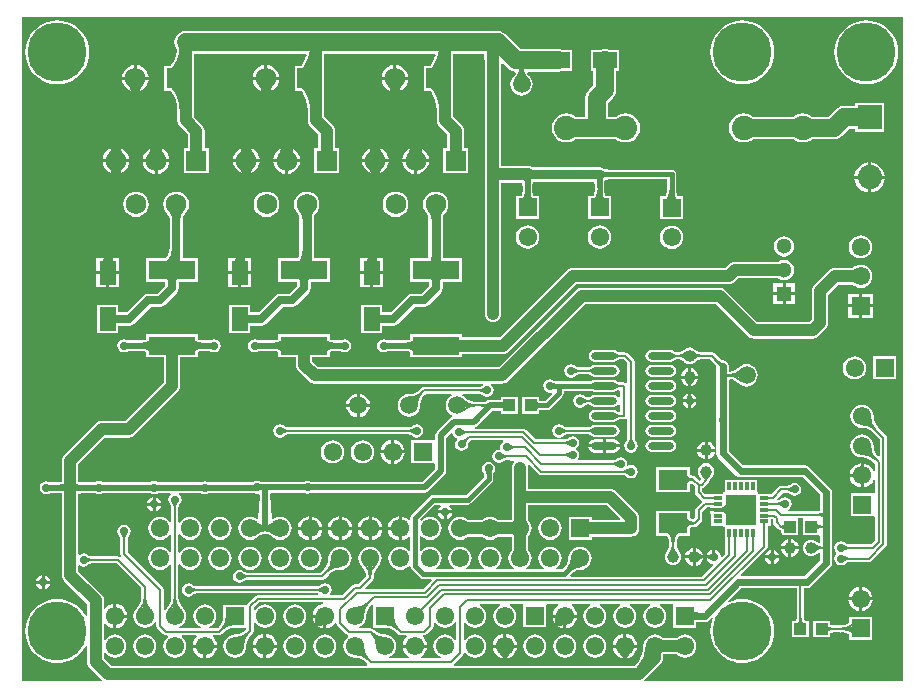
<source format=gtl>
%FSLAX25Y25*%
%MOIN*%
G70*
G01*
G75*
G04 Layer_Physical_Order=1*
G04 Layer_Color=255*
%ADD10C,0.00787*%
%ADD11C,0.01575*%
%ADD12C,0.02756*%
%ADD13C,0.03150*%
%ADD14C,0.01969*%
%ADD15C,0.01181*%
%ADD16C,0.03937*%
%ADD17C,0.02362*%
%ADD18C,0.05906*%
%ADD19R,0.03937X0.03937*%
%ADD20O,0.08661X0.02362*%
%ADD21C,0.03937*%
%ADD22R,0.09449X0.06693*%
%ADD23R,0.15748X0.06299*%
%ADD24R,0.07874X0.05512*%
%ADD25R,0.05512X0.07874*%
%ADD26R,0.01181X0.02874*%
%ADD27R,0.02874X0.01181*%
%ADD28R,0.09843X0.09843*%
%ADD29C,0.05906*%
%ADD30R,0.05118X0.05118*%
%ADD31C,0.05118*%
%ADD32R,0.06890X0.06890*%
%ADD33C,0.06890*%
%ADD34C,0.06102*%
%ADD35R,0.06102X0.06102*%
%ADD36R,0.06102X0.06102*%
%ADD37R,0.06102X0.06000*%
%ADD38C,0.19685*%
%ADD39R,0.08071X0.08071*%
%ADD40C,0.08071*%
%ADD41C,0.02756*%
%ADD42C,0.02362*%
G36*
X233622Y109441D02*
X234643Y108570D01*
X234852Y108430D01*
X235042Y108321D01*
X235213Y108243D01*
X235366Y108197D01*
X235501Y108181D01*
X234319Y106999D01*
X234303Y107134D01*
X234257Y107287D01*
X234179Y107458D01*
X234070Y107648D01*
X233930Y107857D01*
X233759Y108084D01*
X233324Y108595D01*
X232764Y109179D01*
X233321Y109736D01*
X233622Y109441D01*
D02*
G37*
G36*
X16609Y65158D02*
X16493Y65236D01*
X16308Y65305D01*
X16055Y65367D01*
X15732Y65420D01*
X14882Y65502D01*
X13092Y65563D01*
X12358Y65567D01*
Y67535D01*
X13092Y67540D01*
X16055Y67736D01*
X16308Y67797D01*
X16493Y67866D01*
X16609Y67944D01*
Y65158D01*
D02*
G37*
G36*
X19507Y67866D02*
X19692Y67797D01*
X19945Y67736D01*
X20267Y67682D01*
X21118Y67601D01*
X22908Y67540D01*
X23642Y67535D01*
Y65567D01*
X22908Y65563D01*
X19945Y65367D01*
X19692Y65305D01*
X19507Y65236D01*
X19391Y65158D01*
Y67944D01*
X19507Y67866D01*
D02*
G37*
G36*
X236441Y104752D02*
X236582Y104677D01*
X236758Y104610D01*
X236970Y104553D01*
X237216Y104504D01*
X237498Y104464D01*
X238167Y104411D01*
X238976Y104394D01*
Y103606D01*
X238554Y103602D01*
X237216Y103496D01*
X236970Y103447D01*
X236758Y103390D01*
X236582Y103323D01*
X236441Y103248D01*
X236335Y103164D01*
Y104836D01*
X236441Y104752D01*
D02*
G37*
G36*
X119114Y27585D02*
Y19941D01*
X122837D01*
X122953Y19918D01*
Y19918D01*
X122971Y19933D01*
X124306Y19758D01*
X125568Y19235D01*
X126541Y18488D01*
X126628Y18382D01*
X126638Y18391D01*
X126638Y18391D01*
X127381Y17649D01*
X127381Y17649D01*
X127772Y17387D01*
X127772Y17387D01*
X127772Y17387D01*
D01*
X127772Y17387D01*
X127772Y17387D01*
X128233Y17296D01*
X130103D01*
X130264Y16822D01*
X130064Y16669D01*
X129414Y15823D01*
X129006Y14837D01*
X128933Y14279D01*
X136973D01*
X136900Y14837D01*
X136492Y15823D01*
X135842Y16669D01*
X135643Y16822D01*
X135803Y17296D01*
X136000D01*
X136000Y17296D01*
X136461Y17387D01*
X136852Y17649D01*
X138851Y19648D01*
X138851Y19648D01*
X139113Y20039D01*
X139113Y20039D01*
X139113Y20039D01*
X139204Y20500D01*
X139204Y20500D01*
Y21582D01*
X139678Y21743D01*
X140215Y21042D01*
X141017Y20426D01*
X141951Y20040D01*
X142953Y19908D01*
X143955Y20040D01*
X144889Y20426D01*
X145691Y21042D01*
X146306Y21844D01*
X146796Y21641D01*
Y15918D01*
X146306Y15715D01*
X145691Y16517D01*
X144889Y17132D01*
X143955Y17519D01*
X142953Y17651D01*
X141951Y17519D01*
X141017Y17132D01*
X140215Y16517D01*
X139600Y15715D01*
X139213Y14782D01*
X139081Y13780D01*
X139213Y12777D01*
X139600Y11844D01*
X140215Y11042D01*
X141017Y10426D01*
X141577Y10195D01*
X141480Y9704D01*
X134982D01*
X134885Y10195D01*
X134996Y10241D01*
X135842Y10890D01*
X136492Y11737D01*
X136900Y12722D01*
X136973Y13280D01*
X128933D01*
X129006Y12722D01*
X129414Y11737D01*
X130064Y10890D01*
X130910Y10241D01*
X131021Y10195D01*
X130924Y9704D01*
X124427D01*
X124329Y10195D01*
X124889Y10426D01*
X125691Y11042D01*
X126306Y11844D01*
X126693Y12777D01*
X126825Y13780D01*
X126693Y14782D01*
X126306Y15715D01*
X125691Y16517D01*
X124889Y17132D01*
X123955Y17519D01*
X122953Y17651D01*
X122847Y17637D01*
X121600Y17802D01*
X120338Y18324D01*
X119365Y19071D01*
X119365Y19071D01*
X119282Y19173D01*
D01*
D01*
X119280Y19174D01*
X119279Y19176D01*
X119278Y19177D01*
X119278Y19177D01*
D01*
D01*
D01*
D01*
D01*
X119278Y19177D01*
D01*
X119268Y19168D01*
X119268D01*
X119268Y19168D01*
X119084Y19352D01*
X118693Y19613D01*
X118233Y19704D01*
X118233Y19704D01*
X114427D01*
X114329Y20195D01*
X114889Y20426D01*
X115691Y21042D01*
X116306Y21844D01*
X116693Y22777D01*
X116825Y23779D01*
X116811Y23885D01*
X116975Y25133D01*
X117498Y26394D01*
X118245Y27368D01*
X118351Y27455D01*
X118341Y27465D01*
X118341Y27465D01*
X118653Y27776D01*
X119114Y27585D01*
D02*
G37*
G36*
X295500Y2000D02*
X209547D01*
X209386Y2473D01*
X209466Y2534D01*
X210364Y3433D01*
X210379Y3418D01*
X210556Y3625D01*
X214918Y7987D01*
X215360Y8563D01*
X215638Y9233D01*
X215732Y9953D01*
X215733Y9953D01*
X215732Y9953D01*
Y9953D01*
Y11000D01*
X220270D01*
X221017Y10426D01*
X221951Y10040D01*
X222953Y9908D01*
X223955Y10040D01*
X224889Y10426D01*
X225691Y11042D01*
X226306Y11844D01*
X226693Y12777D01*
X226824Y13780D01*
X226693Y14782D01*
X226306Y15715D01*
X225691Y16517D01*
X224889Y17132D01*
X223955Y17519D01*
X222953Y17651D01*
X221951Y17519D01*
X221017Y17132D01*
X220270Y16559D01*
X215636D01*
X214889Y17132D01*
X213955Y17519D01*
X212953Y17651D01*
X211951Y17519D01*
X211017Y17132D01*
X210215Y16517D01*
X209600Y15715D01*
X209213Y14782D01*
X209081Y13780D01*
X209096Y13663D01*
X208933Y12006D01*
X208416Y10301D01*
X207576Y8729D01*
X206559Y7490D01*
X206433Y7364D01*
X206433D01*
X206433Y7364D01*
D01*
D01*
Y7364D01*
X206433Y7364D01*
D01*
D01*
D01*
X206433Y7364D01*
D01*
X206349Y7280D01*
X146136D01*
X145945Y7742D01*
X148852Y10649D01*
X149113Y11039D01*
X149204Y11500D01*
X149204Y11500D01*
Y11500D01*
Y11500D01*
X149204D01*
X149204D01*
Y11582D01*
X149204Y11582D01*
X149678Y11743D01*
X150215Y11042D01*
X151017Y10426D01*
X151951Y10040D01*
X152953Y9908D01*
X153955Y10040D01*
X154889Y10426D01*
X155691Y11042D01*
X156306Y11844D01*
X156693Y12777D01*
X156825Y13780D01*
X156693Y14782D01*
X156306Y15715D01*
X155691Y16517D01*
X154889Y17132D01*
X153955Y17519D01*
X152953Y17651D01*
X151951Y17519D01*
X151017Y17132D01*
X150215Y16517D01*
X149678Y15816D01*
X149204Y15977D01*
Y21582D01*
X149678Y21743D01*
X150215Y21042D01*
X151017Y20426D01*
X151951Y20040D01*
X152953Y19908D01*
X153955Y20040D01*
X154889Y20426D01*
X155691Y21042D01*
X156306Y21844D01*
X156693Y22777D01*
X156825Y23779D01*
X156693Y24782D01*
X156306Y25715D01*
X155691Y26517D01*
X154889Y27132D01*
X154472Y27305D01*
X154569Y27796D01*
X161337D01*
X161434Y27305D01*
X161017Y27132D01*
X160215Y26517D01*
X159600Y25715D01*
X159213Y24782D01*
X159081Y23779D01*
X159213Y22777D01*
X159600Y21844D01*
X160215Y21042D01*
X161017Y20426D01*
X161951Y20040D01*
X162953Y19908D01*
X163955Y20040D01*
X164889Y20426D01*
X165691Y21042D01*
X166306Y21844D01*
X166693Y22777D01*
X166825Y23779D01*
X166693Y24782D01*
X166306Y25715D01*
X165691Y26517D01*
X164889Y27132D01*
X164472Y27305D01*
X164569Y27796D01*
X169114D01*
Y27796D01*
Y27567D01*
X169114Y27442D01*
X169114Y27442D01*
X169114D01*
Y19992D01*
X176792D01*
Y27442D01*
X176792Y27442D01*
D01*
D01*
X176792Y27567D01*
D01*
X177021Y27796D01*
X180712D01*
X180910Y27318D01*
X180064Y26669D01*
X179414Y25823D01*
X179006Y24837D01*
X178933Y24280D01*
X186973D01*
X186900Y24837D01*
X186492Y25823D01*
X185842Y26669D01*
X184996Y27318D01*
X185194Y27796D01*
X191337D01*
X191435Y27305D01*
X191017Y27132D01*
X190215Y26517D01*
X189600Y25715D01*
X189213Y24782D01*
X189081Y23779D01*
X189213Y22777D01*
X189600Y21844D01*
X190215Y21042D01*
X191017Y20426D01*
X191951Y20040D01*
X192953Y19908D01*
X193955Y20040D01*
X194889Y20426D01*
X195691Y21042D01*
X196306Y21844D01*
X196693Y22777D01*
X196825Y23779D01*
X196693Y24782D01*
X196306Y25715D01*
X195691Y26517D01*
X194889Y27132D01*
X194472Y27305D01*
X194569Y27796D01*
X201337D01*
X201434Y27305D01*
X201017Y27132D01*
X200215Y26517D01*
X199600Y25715D01*
X199213Y24782D01*
X199081Y23779D01*
X199213Y22777D01*
X199600Y21844D01*
X200215Y21042D01*
X201017Y20426D01*
X201951Y20040D01*
X202953Y19908D01*
X203955Y20040D01*
X204889Y20426D01*
X205691Y21042D01*
X206306Y21844D01*
X206693Y22777D01*
X206824Y23779D01*
X206693Y24782D01*
X206306Y25715D01*
X205691Y26517D01*
X204889Y27132D01*
X204471Y27305D01*
X204569Y27796D01*
X211337D01*
X211434Y27305D01*
X211017Y27132D01*
X210215Y26517D01*
X209600Y25715D01*
X209213Y24782D01*
X209081Y23779D01*
X209213Y22777D01*
X209600Y21844D01*
X210215Y21042D01*
X211017Y20426D01*
X211951Y20040D01*
X212953Y19908D01*
X213955Y20040D01*
X214889Y20426D01*
X215690Y21042D01*
X216306Y21844D01*
X216692Y22777D01*
X216825Y23779D01*
X216692Y24782D01*
X216306Y25715D01*
X215690Y26517D01*
X214889Y27132D01*
X214471Y27305D01*
X214569Y27796D01*
X219114D01*
Y27618D01*
X219114D01*
Y19941D01*
X226791D01*
Y21675D01*
X227279Y21772D01*
X229529D01*
X230297Y21925D01*
X230948Y22360D01*
X232014Y23427D01*
X232430Y23149D01*
X231985Y22074D01*
X231594Y20448D01*
X231463Y18779D01*
X231594Y17111D01*
X231985Y15484D01*
X232625Y13939D01*
X233500Y12512D01*
X234586Y11240D01*
X235858Y10153D01*
X237285Y9279D01*
X238831Y8638D01*
X240458Y8248D01*
X242126Y8117D01*
X243794Y8248D01*
X245421Y8638D01*
X246967Y9279D01*
X248393Y10153D01*
X249666Y11240D01*
X250752Y12512D01*
X251626Y13939D01*
X252267Y15484D01*
X252657Y17111D01*
X252789Y18779D01*
X252657Y20448D01*
X252267Y22074D01*
X251626Y23620D01*
X250752Y25047D01*
X249666Y26319D01*
X248393Y27406D01*
X246967Y28280D01*
X245421Y28920D01*
X243794Y29311D01*
X242126Y29442D01*
X240458Y29311D01*
X238831Y28920D01*
X237756Y28475D01*
X237478Y28891D01*
X241580Y32993D01*
X260252D01*
Y23302D01*
X260233D01*
X260240Y23244D01*
X260159Y22631D01*
X260004Y22256D01*
X258701D01*
Y16744D01*
X264213D01*
Y22256D01*
X262909D01*
X262754Y22631D01*
X262673Y23244D01*
X262681Y23302D01*
X262661D01*
Y32993D01*
X263500D01*
X264268Y33146D01*
X264919Y33581D01*
X271419Y40081D01*
X271854Y40732D01*
X272007Y41500D01*
Y46500D01*
Y53500D01*
Y57500D01*
Y65000D01*
X271880Y65641D01*
X271854Y65768D01*
X271419Y66419D01*
X264419Y73419D01*
X263768Y73854D01*
X263000Y74007D01*
X242331D01*
X237507Y78831D01*
Y88106D01*
X237540Y88155D01*
X237708Y89000D01*
X237540Y89845D01*
X237507Y89894D01*
Y102408D01*
X237883Y102738D01*
X238613Y102642D01*
X239817Y102143D01*
X240774Y101408D01*
X240832Y101332D01*
X241614Y100733D01*
X242524Y100356D01*
X243500Y100228D01*
X244476Y100356D01*
X245386Y100733D01*
X246167Y101332D01*
X246767Y102114D01*
X247144Y103024D01*
X247272Y104000D01*
X247144Y104976D01*
X246767Y105886D01*
X246167Y106667D01*
X245386Y107267D01*
X244476Y107644D01*
X243500Y107772D01*
X242524Y107644D01*
X241614Y107267D01*
X240832Y106667D01*
X240774Y106592D01*
X239817Y105857D01*
X238613Y105358D01*
X237883Y105262D01*
X237507Y105592D01*
Y107000D01*
X237354Y107768D01*
X236919Y108419D01*
X236268Y108854D01*
X235500Y109007D01*
X235482Y109003D01*
X235408Y109037D01*
X235275Y109113D01*
X235129Y109211D01*
X234199Y110004D01*
X232808Y111395D01*
X232417Y111656D01*
X231957Y111748D01*
X231957Y111748D01*
X228322D01*
X228302Y111767D01*
Y111767D01*
D01*
D01*
D01*
X228302D01*
X228302D01*
D01*
D01*
X228300Y111767D01*
Y111767D01*
D01*
Y111767D01*
X228244Y111760D01*
X227631Y111841D01*
X227005Y112100D01*
X226468Y112512D01*
X226466Y112509D01*
X225890Y112951D01*
X225219Y113228D01*
X224500Y113323D01*
X223781Y113228D01*
X223110Y112951D01*
X222534Y112509D01*
X222533Y112511D01*
X221965Y112075D01*
X221303Y111801D01*
X220594Y111708D01*
Y111704D01*
X219999D01*
Y111718D01*
X219738Y111770D01*
X219520Y111916D01*
X219518Y111919D01*
X218866Y112354D01*
X218098Y112507D01*
X211799D01*
X211031Y112354D01*
X210380Y111919D01*
X209945Y111268D01*
X209792Y110500D01*
X209945Y109732D01*
X210380Y109081D01*
X211031Y108646D01*
X211799Y108493D01*
X218098D01*
X218866Y108646D01*
X219518Y109081D01*
X219520Y109084D01*
X219738Y109230D01*
X219999Y109282D01*
Y109292D01*
Y109296D01*
X220594D01*
Y109275D01*
X220754Y109296D01*
X220906D01*
X221748Y109128D01*
X222495Y108629D01*
X222534Y108578D01*
X223110Y108136D01*
X223781Y107858D01*
X224500Y107764D01*
X225219Y107858D01*
X225890Y108136D01*
X226466Y108578D01*
X226468Y108575D01*
X227005Y108987D01*
X227631Y109246D01*
X228244Y109327D01*
X228302Y109319D01*
Y109339D01*
X231458D01*
X232434Y108363D01*
X232728Y108056D01*
X233132Y107582D01*
X233275Y107392D01*
X233387Y107225D01*
X233463Y107092D01*
X233497Y107018D01*
X233493Y107000D01*
Y104000D01*
Y89894D01*
X233460Y89845D01*
X233292Y89000D01*
X233460Y88155D01*
X233493Y88106D01*
Y79077D01*
X233433Y79073D01*
Y79014D01*
X233493Y79010D01*
Y78000D01*
X233646Y77232D01*
X234081Y76581D01*
X240081Y70581D01*
X240732Y70146D01*
X241500Y69993D01*
X262169D01*
X267993Y64169D01*
Y58786D01*
X266956Y58704D01*
X257312D01*
X257167Y59183D01*
X257856Y59644D01*
X258335Y60360D01*
X258503Y61205D01*
X258335Y62050D01*
X257856Y62766D01*
X257140Y63244D01*
X256295Y63412D01*
X255450Y63244D01*
X254734Y62766D01*
X254713Y62734D01*
X254366Y62502D01*
X253929Y62415D01*
X253919Y62416D01*
Y62413D01*
Y62409D01*
X253765D01*
X253574Y62871D01*
X255499Y64796D01*
X257124D01*
Y64791D01*
Y64788D01*
X257133Y64789D01*
X257571Y64702D01*
X257918Y64470D01*
X257939Y64439D01*
X258655Y63960D01*
X259500Y63792D01*
X260345Y63960D01*
X261061Y64439D01*
X261540Y65155D01*
X261708Y66000D01*
X261540Y66845D01*
X261061Y67561D01*
X260345Y68040D01*
X259500Y68208D01*
X258655Y68040D01*
X257939Y67561D01*
X257918Y67529D01*
X257571Y67298D01*
X257133Y67211D01*
X257124Y67212D01*
Y67209D01*
Y67204D01*
X255000D01*
X255000Y67204D01*
X254539Y67113D01*
X254149Y66852D01*
X254149Y66852D01*
X251848Y64551D01*
X251524Y64551D01*
Y64551D01*
X247484D01*
Y65158D01*
X246878D01*
Y69197D01*
X236248D01*
Y65158D01*
X235642D01*
Y64551D01*
X231602D01*
Y64377D01*
X229826D01*
X228704Y65499D01*
Y66336D01*
X228961Y66387D01*
X229351Y66649D01*
X230852Y68148D01*
X231113Y68539D01*
X231204Y69000D01*
D01*
D01*
D01*
X231204Y69000D01*
D01*
X231204Y69000D01*
X231216D01*
X231275Y69295D01*
X231442Y69546D01*
X231566Y69628D01*
X231541Y69665D01*
X231606Y69715D01*
X231730Y69798D01*
X231747Y69824D01*
X231965Y69991D01*
X232407Y70567D01*
X232685Y71237D01*
X232780Y71957D01*
X232685Y72676D01*
X232407Y73347D01*
X231965Y73922D01*
X231390Y74364D01*
X230719Y74642D01*
X230000Y74736D01*
X229281Y74642D01*
X228610Y74364D01*
X228034Y73922D01*
X227593Y73347D01*
X227315Y72676D01*
X227220Y71957D01*
X227315Y71237D01*
X227593Y70567D01*
X228034Y69991D01*
X228253Y69824D01*
X228270Y69798D01*
X228394Y69715D01*
X228443Y69678D01*
X228445Y69644D01*
X228434Y69628D01*
X228434Y69628D01*
X228447Y69615D01*
X228467Y69318D01*
X228125Y68953D01*
X227750D01*
X226568Y70135D01*
X226177Y70396D01*
X225717Y70488D01*
D01*
D01*
D01*
X225717Y70488D01*
D01*
X225716Y70504D01*
X225714Y70503D01*
Y70503D01*
X225624Y70491D01*
X224890Y70638D01*
X224512Y70890D01*
Y73417D01*
X213488D01*
Y65150D01*
X224512D01*
Y67677D01*
X224890Y67930D01*
X225288Y68009D01*
X226296Y67001D01*
Y65000D01*
X226296Y65000D01*
X226387Y64539D01*
X226648Y64148D01*
X228475Y62322D01*
X228475Y62322D01*
X228533Y62283D01*
X228582Y61785D01*
X226648Y59851D01*
X226387Y59461D01*
X226296Y59000D01*
X226296Y59000D01*
Y56499D01*
X225776Y55979D01*
X225416Y56027D01*
X224671Y56335D01*
X224512Y56457D01*
Y58850D01*
X213488D01*
Y50583D01*
X217002D01*
X217578Y49194D01*
X217753Y47865D01*
Y47664D01*
X217735Y47483D01*
X217735D01*
Y47304D01*
X217733Y47302D01*
X217733D01*
X217740Y47244D01*
X217659Y46631D01*
X217400Y46005D01*
X216988Y45468D01*
X216991Y45465D01*
X216549Y44890D01*
X216272Y44219D01*
X216177Y43500D01*
X216272Y42781D01*
X216549Y42110D01*
X216991Y41535D01*
X217567Y41093D01*
X218237Y40815D01*
X218957Y40720D01*
X219676Y40815D01*
X220346Y41093D01*
X220922Y41535D01*
X221364Y42110D01*
X221642Y42781D01*
X221736Y43500D01*
X221642Y44219D01*
X221364Y44890D01*
X220922Y45465D01*
X220925Y45468D01*
X220918Y45477D01*
Y45477D01*
X220918D01*
X220513Y46005D01*
X220254Y46631D01*
X220173Y47244D01*
X220181Y47302D01*
X220161D01*
Y47508D01*
X220275Y48669D01*
X220621Y49808D01*
X221035Y50583D01*
X224512D01*
Y52976D01*
X224671Y53098D01*
X225416Y53407D01*
X226126Y53500D01*
X226213Y53489D01*
D01*
X226216Y53488D01*
X226217Y53512D01*
D01*
D01*
D01*
X226677Y53604D01*
X227068Y53865D01*
X228351Y55149D01*
X228351Y55149D01*
X228613Y55539D01*
X228704Y56000D01*
X228704Y56000D01*
Y58501D01*
X230204Y60000D01*
X231390D01*
Y59736D01*
X233827D01*
Y58736D01*
X231390D01*
Y57646D01*
X231602D01*
Y55890D01*
Y53921D01*
X235642D01*
Y53315D01*
X236248D01*
Y49276D01*
X236422D01*
Y44625D01*
X235361Y43564D01*
X234883Y43709D01*
X234740Y44428D01*
X234214Y45214D01*
X233428Y45740D01*
X233000Y45825D01*
Y43500D01*
X232500D01*
Y43000D01*
X230175D01*
X230260Y42572D01*
X230786Y41786D01*
X231572Y41260D01*
X232291Y41117D01*
X232436Y40639D01*
X228726Y36929D01*
X184853D01*
X184661Y37391D01*
X185271Y38000D01*
X185271Y38000D01*
X185273Y37998D01*
X185294Y38023D01*
X185346Y38075D01*
X186063Y38626D01*
X186997Y39013D01*
X187938Y39136D01*
X188000Y39128D01*
X189002Y39260D01*
X189936Y39647D01*
X190738Y40262D01*
X191353Y41064D01*
X191740Y41998D01*
X191872Y43000D01*
X191740Y44002D01*
X191353Y44936D01*
X190738Y45738D01*
X189936Y46353D01*
X189002Y46740D01*
X188000Y46872D01*
X186998Y46740D01*
X186064Y46353D01*
X185262Y45738D01*
X184647Y44936D01*
X184260Y44002D01*
X184128Y43000D01*
X184136Y42938D01*
X184013Y41997D01*
X183626Y41063D01*
X183075Y40346D01*
X183023Y40294D01*
X182998Y40273D01*
X183000Y40271D01*
X183000Y40271D01*
X182028Y39299D01*
X180260D01*
X180099Y39772D01*
X180738Y40262D01*
X181353Y41064D01*
X181740Y41998D01*
X181872Y43000D01*
X181740Y44002D01*
X181353Y44936D01*
X180738Y45738D01*
X179936Y46353D01*
X179002Y46740D01*
X178000Y46872D01*
X176998Y46740D01*
X176064Y46353D01*
X175262Y45738D01*
X174647Y44936D01*
X174260Y44002D01*
X174128Y43000D01*
X174260Y41998D01*
X174647Y41064D01*
X175262Y40262D01*
X175901Y39772D01*
X175741Y39299D01*
X170259D01*
X170099Y39772D01*
X170738Y40262D01*
X171353Y41064D01*
X171740Y41998D01*
X171872Y43000D01*
X171740Y44002D01*
X171353Y44936D01*
X170780Y45683D01*
Y50317D01*
X171353Y51064D01*
X171740Y51998D01*
X171872Y53000D01*
X171740Y54002D01*
X171353Y54936D01*
X170780Y55683D01*
Y60720D01*
X196849D01*
X201327Y56242D01*
X201136Y55780D01*
X191839D01*
Y56839D01*
X184161D01*
Y49161D01*
X191839D01*
Y50220D01*
X205000D01*
X205719Y50315D01*
X206390Y50593D01*
X206965Y51034D01*
X207407Y51610D01*
X207685Y52281D01*
X207780Y53000D01*
Y56500D01*
X207685Y57219D01*
X207604Y57416D01*
X207407Y57890D01*
X206965Y58465D01*
X199966Y65465D01*
X199390Y65907D01*
X198719Y66185D01*
X198000Y66280D01*
X170780D01*
Y73000D01*
X170685Y73719D01*
X170544Y74059D01*
X170960Y74337D01*
X174207Y71089D01*
X174598Y70828D01*
X175059Y70737D01*
X202624D01*
Y70732D01*
Y70729D01*
X202633Y70730D01*
X203071Y70643D01*
X203418Y70411D01*
X203439Y70380D01*
X204155Y69901D01*
X205000Y69733D01*
X205845Y69901D01*
X206561Y70380D01*
X207040Y71096D01*
X207208Y71941D01*
X207040Y72786D01*
X206561Y73502D01*
X205845Y73981D01*
X205000Y74149D01*
X204155Y73981D01*
X204063Y73919D01*
X203647Y74197D01*
X203708Y74500D01*
X203540Y75345D01*
X203061Y76061D01*
X202345Y76540D01*
X201500Y76708D01*
X200655Y76540D01*
X199939Y76061D01*
X199918Y76029D01*
X199571Y75797D01*
X199133Y75711D01*
X199132Y75711D01*
X199127Y75711D01*
X199127D01*
D01*
D01*
X199127D01*
X199124Y75712D01*
D01*
D01*
X199124D01*
Y75709D01*
D01*
D01*
Y75709D01*
D01*
D01*
X199124D01*
Y75709D01*
D01*
D01*
D01*
X199124Y75704D01*
X187435D01*
X187199Y76145D01*
X187540Y76655D01*
X187708Y77500D01*
X187540Y78345D01*
X187061Y79061D01*
X186778Y79250D01*
Y79750D01*
X187061Y79939D01*
X187540Y80655D01*
X187708Y81500D01*
X187540Y82345D01*
X187061Y83061D01*
X186345Y83540D01*
X185500Y83708D01*
X184655Y83540D01*
X183939Y83061D01*
X183918Y83030D01*
X183571Y82797D01*
X183133Y82711D01*
X183124Y82712D01*
Y82709D01*
Y82704D01*
X173226D01*
X170004Y85926D01*
X169613Y86187D01*
X169152Y86279D01*
X169152Y86279D01*
X152966D01*
X152917Y86777D01*
X153191Y86831D01*
X153777Y87223D01*
X158748Y92194D01*
X161701D01*
Y91244D01*
X167213D01*
Y96756D01*
X161701D01*
Y95806D01*
X158000D01*
X157309Y95669D01*
X156795Y95326D01*
X156766Y95316D01*
X156655Y95291D01*
X156518Y95268D01*
X155727Y95217D01*
X155534Y95204D01*
X153178D01*
Y95217D01*
X153055Y95205D01*
X151887Y95358D01*
X150683Y95857D01*
X149726Y96592D01*
X149668Y96667D01*
X148886Y97267D01*
X148794Y97305D01*
X148891Y97796D01*
X154624D01*
Y97791D01*
Y97788D01*
X154633Y97789D01*
X155071Y97702D01*
X155418Y97470D01*
X155439Y97439D01*
X156155Y96960D01*
X157000Y96792D01*
X157845Y96960D01*
X158561Y97439D01*
X159040Y98155D01*
X159208Y99000D01*
X159040Y99845D01*
X158561Y100561D01*
X158291Y100742D01*
X158436Y101220D01*
X162000D01*
X162719Y101315D01*
X163390Y101593D01*
X163965Y102034D01*
X163965Y102034D01*
X163965Y102034D01*
X189651Y127720D01*
X233349D01*
X244035Y117034D01*
X244610Y116593D01*
X245281Y116315D01*
X246000Y116220D01*
X265500D01*
X266219Y116315D01*
X266890Y116593D01*
X267465Y117034D01*
X269966Y119535D01*
X270407Y120110D01*
X270685Y120781D01*
X270780Y121500D01*
Y130849D01*
X274151Y134220D01*
X278817D01*
X279564Y133647D01*
X280498Y133260D01*
X281500Y133128D01*
X282502Y133260D01*
X283436Y133647D01*
X284238Y134262D01*
X284853Y135064D01*
X285240Y135998D01*
X285372Y137000D01*
X285240Y138002D01*
X284853Y138936D01*
X284238Y139738D01*
X283436Y140353D01*
X282502Y140740D01*
X281500Y140872D01*
X280498Y140740D01*
X279564Y140353D01*
X278817Y139780D01*
X273000D01*
X272281Y139685D01*
X271610Y139407D01*
X271035Y138965D01*
X266035Y133966D01*
X265593Y133390D01*
X265315Y132719D01*
X265220Y132000D01*
Y122651D01*
X264349Y121780D01*
X247151D01*
X236466Y132466D01*
X235890Y132907D01*
X235219Y133185D01*
X234500Y133280D01*
X188500D01*
X187781Y133185D01*
X187110Y132907D01*
X186535Y132466D01*
X160849Y106780D01*
X100651D01*
X98780Y108651D01*
Y109965D01*
X104661D01*
Y111826D01*
X105063Y111992D01*
X105845Y112095D01*
X108306D01*
X108655Y111862D01*
X109500Y111694D01*
X110345Y111862D01*
X111061Y112340D01*
X111540Y113057D01*
X111708Y113902D01*
X111540Y114746D01*
X111061Y115463D01*
X110345Y115941D01*
X109500Y116109D01*
X108655Y115941D01*
X108306Y115708D01*
X105845D01*
X105063Y115811D01*
X104661Y115977D01*
Y117839D01*
X87339D01*
Y115977D01*
X86937Y115811D01*
X86155Y115708D01*
X80694D01*
X80345Y115941D01*
X79500Y116109D01*
X78655Y115941D01*
X77939Y115463D01*
X77460Y114746D01*
X77292Y113902D01*
X77460Y113057D01*
X77939Y112340D01*
X78655Y111862D01*
X79500Y111694D01*
X80345Y111862D01*
X80694Y112095D01*
X86155D01*
X86937Y111992D01*
X87339Y111826D01*
Y109965D01*
X93220D01*
Y107500D01*
X93220Y107500D01*
X93220D01*
X93315Y106781D01*
X93593Y106110D01*
X94034Y105535D01*
X97535Y102034D01*
X98110Y101593D01*
X98781Y101315D01*
X99500Y101220D01*
X155564D01*
X155709Y100742D01*
X155439Y100561D01*
X155418Y100530D01*
X155071Y100297D01*
X154633Y100211D01*
X154624Y100212D01*
Y100209D01*
Y100204D01*
X136000D01*
X136000Y100204D01*
X135539Y100113D01*
X135149Y99852D01*
X135149Y99852D01*
X134517Y99220D01*
X134517Y99220D01*
X134508Y99229D01*
X134430Y99133D01*
X133495Y98416D01*
X132291Y97917D01*
X131095Y97760D01*
X131000Y97772D01*
X130024Y97644D01*
X129114Y97267D01*
X128332Y96667D01*
X127733Y95886D01*
X127356Y94976D01*
X127228Y94000D01*
X127356Y93024D01*
X127733Y92114D01*
X128332Y91333D01*
X129114Y90733D01*
X130024Y90356D01*
X131000Y90228D01*
X131976Y90356D01*
X132886Y90733D01*
X133668Y91333D01*
X134267Y92114D01*
X134644Y93024D01*
X134772Y94000D01*
X134760Y94095D01*
X134917Y95291D01*
X135416Y96495D01*
X136133Y97430D01*
X136229Y97508D01*
X136220Y97517D01*
X136220Y97517D01*
X136499Y97796D01*
X145109D01*
X145206Y97305D01*
X145114Y97267D01*
X144333Y96667D01*
X143733Y95886D01*
X143356Y94976D01*
X143228Y94000D01*
X143356Y93024D01*
X143733Y92114D01*
X144333Y91333D01*
X145114Y90733D01*
X145204Y90696D01*
X145309Y90169D01*
X144723Y89777D01*
X140223Y85277D01*
X139831Y84691D01*
X139694Y84000D01*
X139694Y84000D01*
X139694D01*
X139694Y84000D01*
X139694D01*
Y82339D01*
X139339D01*
Y82339D01*
X131661D01*
Y74661D01*
X139339D01*
Y74661D01*
X139340D01*
X139694Y74308D01*
Y72748D01*
X135449Y68503D01*
X98479D01*
X98077Y68772D01*
X97232Y68940D01*
X96387Y68772D01*
X95985Y68503D01*
X81497D01*
X81148Y68737D01*
X80303Y68905D01*
X79458Y68737D01*
X78891Y68357D01*
X64127D01*
X63825Y68559D01*
X62980Y68727D01*
X62135Y68559D01*
X61833Y68357D01*
X47422D01*
X46967Y68662D01*
X46122Y68830D01*
X45277Y68662D01*
X44822Y68357D01*
X28912D01*
X28463Y68658D01*
X27618Y68826D01*
X26773Y68658D01*
X26324Y68357D01*
X22478D01*
X21170Y68402D01*
X20780Y68440D01*
Y74349D01*
X29651Y83220D01*
X37500D01*
X38219Y83315D01*
X38890Y83593D01*
X39465Y84035D01*
X53966Y98535D01*
X54407Y99110D01*
X54685Y99781D01*
X54780Y100500D01*
X54780Y100500D01*
X54780Y100500D01*
Y100500D01*
Y109965D01*
X60661D01*
Y111826D01*
X61063Y111992D01*
X61845Y112095D01*
X64806D01*
X65155Y111862D01*
X66000Y111694D01*
X66845Y111862D01*
X67561Y112340D01*
X68040Y113057D01*
X68208Y113902D01*
X68040Y114746D01*
X67561Y115463D01*
X66845Y115941D01*
X66000Y116109D01*
X65155Y115941D01*
X64806Y115708D01*
X61845D01*
X61063Y115811D01*
X60661Y115977D01*
Y117839D01*
X43339D01*
Y115977D01*
X42937Y115811D01*
X42155Y115708D01*
X37194D01*
X36845Y115941D01*
X36000Y116109D01*
X35155Y115941D01*
X34439Y115463D01*
X33960Y114746D01*
X33792Y113902D01*
X33960Y113057D01*
X34439Y112340D01*
X35155Y111862D01*
X36000Y111694D01*
X36845Y111862D01*
X37194Y112095D01*
X42155D01*
X42937Y111992D01*
X43339Y111826D01*
Y109965D01*
X49220D01*
Y101651D01*
X36349Y88780D01*
X28500D01*
X27781Y88685D01*
X27110Y88407D01*
X26535Y87966D01*
X16035Y77465D01*
X15593Y76890D01*
X15315Y76219D01*
X15220Y75500D01*
Y68485D01*
X13787Y68390D01*
X13295Y68357D01*
X11245D01*
X10896Y68591D01*
X10051Y68759D01*
X9206Y68591D01*
X8490Y68112D01*
X8011Y67396D01*
X7843Y66551D01*
X8011Y65706D01*
X8490Y64990D01*
X9206Y64512D01*
X10051Y64343D01*
X10896Y64512D01*
X11245Y64745D01*
X13522D01*
X14830Y64700D01*
X15220Y64662D01*
Y37500D01*
X15220Y37500D01*
X15220D01*
X15315Y36781D01*
X15593Y36110D01*
X16035Y35535D01*
X23720Y27849D01*
Y23823D01*
X23239Y23687D01*
X22406Y25047D01*
X21319Y26319D01*
X20047Y27406D01*
X18620Y28280D01*
X17074Y28920D01*
X15448Y29311D01*
X13780Y29442D01*
X12111Y29311D01*
X10485Y28920D01*
X8939Y28280D01*
X7512Y27406D01*
X6240Y26319D01*
X5153Y25047D01*
X4279Y23620D01*
X3638Y22074D01*
X3248Y20448D01*
X3117Y18779D01*
X3248Y17111D01*
X3638Y15484D01*
X4279Y13939D01*
X5153Y12512D01*
X6240Y11240D01*
X7512Y10153D01*
X8939Y9279D01*
X10485Y8638D01*
X12111Y8248D01*
X13780Y8117D01*
X15448Y8248D01*
X17074Y8638D01*
X18620Y9279D01*
X20047Y10153D01*
X21319Y11240D01*
X22406Y12512D01*
X23239Y13872D01*
X23720Y13736D01*
Y8500D01*
X23720Y8500D01*
X23720D01*
X23815Y7781D01*
X24093Y7110D01*
X24534Y6534D01*
X28534Y2534D01*
X28534Y2534D01*
X28534D01*
X28534Y2534D01*
X28534D01*
X28534Y2534D01*
Y2534D01*
Y2534D01*
D01*
D01*
X28534D01*
Y2534D01*
X28614Y2473D01*
X28453Y2000D01*
X2000D01*
Y223500D01*
X295500D01*
Y2000D01*
D02*
G37*
G36*
X41749Y33048D02*
Y30195D01*
X41735D01*
X41749Y30058D01*
X41589Y28842D01*
X41066Y27581D01*
X40300Y26582D01*
X40215Y26517D01*
X39600Y25715D01*
X39213Y24782D01*
X39081Y23779D01*
X39213Y22777D01*
X39600Y21844D01*
X40215Y21042D01*
X41017Y20426D01*
X41951Y20040D01*
X42953Y19908D01*
X43955Y20040D01*
X44889Y20426D01*
X45691Y21042D01*
X46306Y21844D01*
X46796Y21641D01*
Y20500D01*
X46796Y20500D01*
X46887Y20039D01*
X47148Y19648D01*
X49148Y17649D01*
X49148Y17649D01*
X49539Y17387D01*
X50000Y17296D01*
X50000Y17296D01*
X50452D01*
X50613Y16822D01*
X50215Y16517D01*
X49600Y15715D01*
X49213Y14782D01*
X49081Y13780D01*
X49213Y12777D01*
X49600Y11844D01*
X50215Y11042D01*
X51017Y10426D01*
X51951Y10040D01*
X52953Y9908D01*
X53955Y10040D01*
X54889Y10426D01*
X55691Y11042D01*
X56306Y11844D01*
X56693Y12777D01*
X56825Y13780D01*
X56693Y14782D01*
X56306Y15715D01*
X55691Y16517D01*
X55293Y16822D01*
X55454Y17296D01*
X60103D01*
X60264Y16822D01*
X60064Y16669D01*
X59414Y15823D01*
X59006Y14837D01*
X58933Y14279D01*
X66973D01*
X66900Y14837D01*
X66492Y15823D01*
X65842Y16669D01*
X65642Y16822D01*
X65803Y17296D01*
X67673D01*
X67674Y17296D01*
X68134Y17387D01*
X68525Y17649D01*
X69268Y18391D01*
D01*
X69278Y18382D01*
X69365Y18488D01*
X70338Y19235D01*
X71600Y19758D01*
X72935Y19933D01*
X72953Y19918D01*
Y19918D01*
X73069Y19941D01*
X76442D01*
X76442Y19941D01*
Y19941D01*
X76792Y19941D01*
X76796Y19937D01*
Y19325D01*
X76638Y19168D01*
X76638Y19168D01*
X76629Y19177D01*
X76541Y19071D01*
X75568Y18324D01*
X74306Y17802D01*
X73059Y17637D01*
X72953Y17651D01*
X71951Y17519D01*
X71017Y17132D01*
X70215Y16517D01*
X69600Y15715D01*
X69213Y14782D01*
X69081Y13780D01*
X69213Y12777D01*
X69600Y11844D01*
X70215Y11042D01*
X71017Y10426D01*
X71951Y10040D01*
X72953Y9908D01*
X73955Y10040D01*
X74889Y10426D01*
X75691Y11042D01*
X76306Y11844D01*
X76693Y12777D01*
X76825Y13780D01*
X76811Y13885D01*
X76975Y15133D01*
X77498Y16394D01*
X78245Y17368D01*
X78351Y17455D01*
X78341Y17465D01*
X78341Y17465D01*
X78851Y17975D01*
X78851Y17975D01*
X79113Y18366D01*
X79204Y18826D01*
Y21582D01*
X79678Y21743D01*
X80215Y21042D01*
X81017Y20426D01*
X81951Y20040D01*
X82953Y19908D01*
X83955Y20040D01*
X84889Y20426D01*
X85691Y21042D01*
X86306Y21844D01*
X86693Y22777D01*
X86825Y23779D01*
X86693Y24782D01*
X86306Y25715D01*
X85691Y26517D01*
X84889Y27132D01*
X83955Y27519D01*
X82953Y27651D01*
X81951Y27519D01*
X81017Y27132D01*
X80215Y26517D01*
X79678Y25817D01*
X79204Y25977D01*
Y26501D01*
X80999Y28296D01*
X102398D01*
X102430Y27797D01*
X101895Y27726D01*
X100910Y27318D01*
X100064Y26669D01*
X99414Y25823D01*
X99006Y24837D01*
X98933Y24280D01*
X102953D01*
Y23779D01*
X103453D01*
Y19759D01*
X104011Y19833D01*
X104996Y20241D01*
X105842Y20890D01*
X106310Y21500D01*
X106420Y21500D01*
X106814Y21408D01*
X106887Y21039D01*
X107149Y20649D01*
X110149Y17649D01*
X110539Y17387D01*
X110589Y17378D01*
X110702Y16891D01*
X110215Y16517D01*
X109600Y15715D01*
X109213Y14782D01*
X109081Y13780D01*
X109213Y12777D01*
X109600Y11844D01*
X110215Y11042D01*
X111017Y10426D01*
X111951Y10040D01*
X112953Y9908D01*
X113059Y9922D01*
X114306Y9758D01*
X115568Y9235D01*
X116541Y8488D01*
X116629Y8382D01*
X116638Y8391D01*
X116638Y8391D01*
X117102Y7927D01*
X117053Y7430D01*
X116828Y7280D01*
X31651D01*
X29280Y9651D01*
Y11484D01*
X29753Y11644D01*
X30215Y11042D01*
X31017Y10426D01*
X31951Y10040D01*
X32953Y9908D01*
X33955Y10040D01*
X34889Y10426D01*
X35691Y11042D01*
X36306Y11844D01*
X36693Y12777D01*
X36825Y13780D01*
X36693Y14782D01*
X36306Y15715D01*
X35691Y16517D01*
X34889Y17132D01*
X33955Y17519D01*
X32953Y17651D01*
X31951Y17519D01*
X31017Y17132D01*
X30215Y16517D01*
X29753Y15915D01*
X29280Y16076D01*
Y21134D01*
X29753Y21295D01*
X30064Y20890D01*
X30910Y20241D01*
X31896Y19833D01*
X32453Y19759D01*
Y23779D01*
Y27800D01*
X31896Y27726D01*
X30910Y27318D01*
X30064Y26669D01*
X29753Y26264D01*
X29280Y26425D01*
Y29000D01*
X29280Y29000D01*
X29280Y29000D01*
Y29000D01*
X29280D01*
X29280Y29000D01*
X29185Y29719D01*
X28907Y30390D01*
X28466Y30966D01*
X20780Y38651D01*
Y40515D01*
X21221Y40751D01*
X21655Y40460D01*
X22500Y40292D01*
X23345Y40460D01*
X24061Y40939D01*
X24082Y40971D01*
X24429Y41203D01*
X24867Y41289D01*
X24876Y41288D01*
Y41296D01*
X33501D01*
X41749Y33048D01*
D02*
G37*
G36*
X262287Y56256D02*
X262287D01*
Y50744D01*
X267799D01*
D01*
X267799D01*
X267993Y50550D01*
Y48322D01*
X267755Y48164D01*
X267545Y48060D01*
X267012Y48468D01*
X267009Y48465D01*
X266433Y48907D01*
X265763Y49185D01*
X265043Y49280D01*
X264324Y49185D01*
X263653Y48907D01*
X263078Y48465D01*
X262636Y47890D01*
X262358Y47219D01*
X262264Y46500D01*
X262358Y45781D01*
X262636Y45110D01*
X263078Y44535D01*
X263653Y44093D01*
X264324Y43815D01*
X265043Y43720D01*
X265763Y43815D01*
X266433Y44093D01*
X267009Y44535D01*
X267012Y44532D01*
X267545Y44940D01*
X267755Y44837D01*
X267993Y44678D01*
Y42331D01*
X262669Y37007D01*
X241772D01*
X241581Y37469D01*
X250151Y46039D01*
X250151Y46039D01*
X250412Y46430D01*
X250412Y46430D01*
X250412Y46430D01*
X250503Y46891D01*
X250503Y46891D01*
Y53921D01*
X251524D01*
Y55890D01*
Y56063D01*
X252234D01*
X252296Y56001D01*
Y55000D01*
X252296Y55000D01*
X252387Y54539D01*
X252648Y54149D01*
X254149Y52649D01*
X254539Y52387D01*
X255000Y52296D01*
D01*
D01*
D01*
X255000Y52295D01*
Y52292D01*
Y52284D01*
X255002Y52283D01*
X255201Y51292D01*
Y50744D01*
X260713D01*
Y56256D01*
D01*
Y56256D01*
X260753Y56296D01*
X262287D01*
Y56256D01*
D02*
G37*
G36*
X51629Y64266D02*
X51392Y64108D01*
X50913Y63392D01*
X50745Y62547D01*
X50913Y61702D01*
X51392Y60986D01*
X51424Y60965D01*
X51656Y60618D01*
X51743Y60180D01*
X51741Y60171D01*
X51749D01*
Y55198D01*
X51275Y55037D01*
X50738Y55738D01*
X49936Y56353D01*
X49002Y56740D01*
X48000Y56872D01*
X46998Y56740D01*
X46064Y56353D01*
X45262Y55738D01*
X44647Y54936D01*
X44260Y54002D01*
X44128Y53000D01*
X44260Y51998D01*
X44647Y51064D01*
X45262Y50262D01*
X46064Y49647D01*
X46998Y49260D01*
X48000Y49128D01*
X49002Y49260D01*
X49936Y49647D01*
X50738Y50262D01*
X51275Y50963D01*
X51749Y50802D01*
Y45198D01*
X51275Y45037D01*
X50738Y45738D01*
X49936Y46353D01*
X49002Y46740D01*
X48000Y46872D01*
X46998Y46740D01*
X46064Y46353D01*
X45262Y45738D01*
X44647Y44936D01*
X44260Y44002D01*
X44128Y43000D01*
X44260Y41998D01*
X44647Y41064D01*
X45262Y40262D01*
X46064Y39647D01*
X46998Y39260D01*
X48000Y39128D01*
X49002Y39260D01*
X49936Y39647D01*
X50738Y40262D01*
X51275Y40963D01*
X51749Y40802D01*
Y30195D01*
X51735D01*
X51749Y30058D01*
X51588Y28842D01*
X51066Y27581D01*
X50300Y26582D01*
X50215Y26517D01*
X49678Y25817D01*
X49204Y25977D01*
Y32500D01*
X49113Y32961D01*
X48851Y33351D01*
X48851Y33351D01*
X37204Y44999D01*
Y49624D01*
X37212D01*
X37211Y49633D01*
X37297Y50071D01*
X37530Y50418D01*
X37561Y50439D01*
X38040Y51155D01*
X38208Y52000D01*
X38040Y52845D01*
X37561Y53561D01*
X36845Y54040D01*
X36000Y54208D01*
X35155Y54040D01*
X34439Y53561D01*
X33960Y52845D01*
X33792Y52000D01*
X33960Y51155D01*
X34439Y50439D01*
X34470Y50418D01*
X34703Y50071D01*
X34789Y49633D01*
X34788Y49624D01*
X34796D01*
Y44500D01*
X34796Y44500D01*
X34887Y44039D01*
X35034Y43819D01*
X34681Y43466D01*
X34461Y43613D01*
X34000Y43704D01*
X34000Y43704D01*
X24876D01*
Y43709D01*
X24876Y43709D01*
X24876Y43709D01*
Y43709D01*
Y43712D01*
X24867Y43711D01*
X24429Y43797D01*
X24082Y44030D01*
X24061Y44061D01*
X23345Y44540D01*
X22500Y44708D01*
X21655Y44540D01*
X21221Y44249D01*
X20780Y44485D01*
Y64617D01*
X22705Y64745D01*
X26524D01*
X26773Y64578D01*
X27618Y64410D01*
X28463Y64578D01*
X28712Y64745D01*
X45034D01*
X45277Y64582D01*
X46122Y64414D01*
X46967Y64582D01*
X47210Y64745D01*
X51484D01*
X51629Y64266D01*
D02*
G37*
G36*
X269165Y56664D02*
X269059Y56748D01*
X268918Y56823D01*
X268742Y56890D01*
X268530Y56947D01*
X268284Y56996D01*
X268002Y57036D01*
X267333Y57089D01*
X266524Y57106D01*
Y57894D01*
X266946Y57898D01*
X268284Y58004D01*
X268530Y58053D01*
X268742Y58110D01*
X268918Y58177D01*
X269059Y58252D01*
X269165Y58336D01*
Y56664D01*
D02*
G37*
G36*
X157305Y93304D02*
X157228Y93361D01*
X157121Y93413D01*
X156981Y93458D01*
X156811Y93497D01*
X156609Y93531D01*
X156111Y93579D01*
X155488Y93603D01*
X155129Y93606D01*
Y94394D01*
X155488Y94397D01*
X156609Y94469D01*
X156811Y94503D01*
X156981Y94542D01*
X157121Y94587D01*
X157228Y94639D01*
X157305Y94696D01*
Y93304D01*
D02*
G37*
G36*
X145431Y84753D02*
X145535Y84230D01*
X146014Y83514D01*
X146730Y83035D01*
X146849Y83011D01*
X146939Y82561D01*
X146460Y81845D01*
X146292Y81000D01*
X146460Y80155D01*
X146939Y79439D01*
X147655Y78960D01*
X148500Y78792D01*
X149345Y78960D01*
X150061Y79439D01*
X150540Y80155D01*
X150708Y81000D01*
X150700Y81037D01*
X150782Y81447D01*
X151030Y81818D01*
X151037Y81823D01*
X151032Y81829D01*
X151032Y81829D01*
X151499Y82296D01*
X162177D01*
X162322Y81817D01*
X161939Y81561D01*
X161460Y80845D01*
X161292Y80000D01*
X161381Y79556D01*
X161027Y79202D01*
X161000Y79208D01*
X160155Y79040D01*
X159439Y78561D01*
X158960Y77845D01*
X158792Y77000D01*
X158960Y76155D01*
X159439Y75439D01*
X160155Y74960D01*
X161000Y74792D01*
X161845Y74960D01*
X162561Y75439D01*
X162582Y75471D01*
X162929Y75703D01*
X163367Y75789D01*
X163376Y75788D01*
Y75788D01*
X163384Y75795D01*
X166117Y75619D01*
X166262Y75140D01*
X166034Y74966D01*
X165593Y74390D01*
X165315Y73719D01*
X165220Y73000D01*
Y63500D01*
Y55780D01*
X160683D01*
X159936Y56353D01*
X159002Y56740D01*
X158000Y56872D01*
X156998Y56740D01*
X156064Y56353D01*
X155317Y55780D01*
X150683D01*
X149936Y56353D01*
X149002Y56740D01*
X148000Y56872D01*
X146998Y56740D01*
X146064Y56353D01*
X145262Y55738D01*
X144647Y54936D01*
X144260Y54002D01*
X144128Y53000D01*
X144260Y51998D01*
X144647Y51064D01*
X145262Y50262D01*
X146064Y49647D01*
X146998Y49260D01*
X148000Y49128D01*
X149002Y49260D01*
X149936Y49647D01*
X150683Y50220D01*
X155317D01*
X156064Y49647D01*
X156998Y49260D01*
X158000Y49128D01*
X159002Y49260D01*
X159936Y49647D01*
X160683Y50220D01*
X165220D01*
Y45683D01*
X164647Y44936D01*
X164260Y44002D01*
X164128Y43000D01*
X164260Y41998D01*
X164647Y41064D01*
X165262Y40262D01*
X165901Y39772D01*
X165741Y39299D01*
X160259D01*
X160099Y39772D01*
X160738Y40262D01*
X161353Y41064D01*
X161740Y41998D01*
X161872Y43000D01*
X161740Y44002D01*
X161353Y44936D01*
X160738Y45738D01*
X159936Y46353D01*
X159002Y46740D01*
X158000Y46872D01*
X156998Y46740D01*
X156064Y46353D01*
X155262Y45738D01*
X154647Y44936D01*
X154260Y44002D01*
X154128Y43000D01*
X154260Y41998D01*
X154647Y41064D01*
X155262Y40262D01*
X155901Y39772D01*
X155740Y39299D01*
X150259D01*
X150099Y39772D01*
X150738Y40262D01*
X151353Y41064D01*
X151740Y41998D01*
X151872Y43000D01*
X151740Y44002D01*
X151353Y44936D01*
X150738Y45738D01*
X149936Y46353D01*
X149002Y46740D01*
X148000Y46872D01*
X146998Y46740D01*
X146064Y46353D01*
X145262Y45738D01*
X144647Y44936D01*
X144260Y44002D01*
X144128Y43000D01*
X144260Y41998D01*
X144647Y41064D01*
X145262Y40262D01*
X145901Y39772D01*
X145740Y39299D01*
X140260D01*
X140099Y39772D01*
X140738Y40262D01*
X141353Y41064D01*
X141740Y41998D01*
X141872Y43000D01*
X141740Y44002D01*
X141353Y44936D01*
X140738Y45738D01*
X139936Y46353D01*
X139002Y46740D01*
X138000Y46872D01*
X136998Y46740D01*
X136064Y46353D01*
X135262Y45738D01*
X135079Y45499D01*
X134606Y45660D01*
Y50340D01*
X135079Y50501D01*
X135262Y50262D01*
X136064Y49647D01*
X136998Y49260D01*
X138000Y49128D01*
X139002Y49260D01*
X139936Y49647D01*
X140738Y50262D01*
X141353Y51064D01*
X141740Y51998D01*
X141872Y53000D01*
X141740Y54002D01*
X141353Y54936D01*
X140738Y55738D01*
X139936Y56353D01*
X139002Y56740D01*
X138000Y56872D01*
X136998Y56740D01*
X136064Y56353D01*
X135262Y55738D01*
X135079Y55499D01*
X134923Y55552D01*
X134810Y56039D01*
X139665Y60894D01*
X141442D01*
X141587Y60416D01*
X141286Y60214D01*
X140760Y59428D01*
X140675Y59000D01*
X145325D01*
X145240Y59428D01*
X144714Y60214D01*
X144413Y60416D01*
X144558Y60894D01*
X150500D01*
X150500Y60894D01*
X151013Y60996D01*
X151114Y61017D01*
X151635Y61365D01*
X151635Y61365D01*
X151635Y61365D01*
X158635Y68365D01*
X158635Y68365D01*
X158983Y68885D01*
X159106Y69500D01*
Y71488D01*
X159124Y71533D01*
X159540Y72155D01*
X159708Y73000D01*
X159540Y73845D01*
X159061Y74561D01*
X158345Y75040D01*
X157500Y75208D01*
X156655Y75040D01*
X155939Y74561D01*
X155460Y73845D01*
X155292Y73000D01*
X155460Y72155D01*
X155876Y71533D01*
X155894Y71488D01*
Y70165D01*
X149835Y64106D01*
X139000D01*
X138385Y63983D01*
X137865Y63635D01*
X131865Y57635D01*
X131517Y57114D01*
X131496Y57012D01*
X131394Y56500D01*
X131394Y56500D01*
Y56009D01*
X130921Y55848D01*
X130889Y55889D01*
X130043Y56539D01*
X129058Y56947D01*
X128500Y57020D01*
Y53000D01*
Y48980D01*
X129058Y49053D01*
X130043Y49461D01*
X130889Y50111D01*
X130921Y50152D01*
X131394Y49991D01*
Y45660D01*
X130921Y45499D01*
X130738Y45738D01*
X129936Y46353D01*
X129002Y46740D01*
X128000Y46872D01*
X126998Y46740D01*
X126064Y46353D01*
X125262Y45738D01*
X124647Y44936D01*
X124260Y44002D01*
X124128Y43000D01*
X124260Y41998D01*
X124647Y41064D01*
X125262Y40262D01*
X126064Y39647D01*
X126998Y39260D01*
X128000Y39128D01*
X129002Y39260D01*
X129936Y39647D01*
X130738Y40262D01*
X130920Y40500D01*
X130972D01*
X131415Y40397D01*
X131496Y39987D01*
X131517Y39886D01*
X131865Y39365D01*
X131865Y39365D01*
X131865Y39365D01*
X134672Y36557D01*
X134672Y36557D01*
X134672D01*
X134672Y36557D01*
X134672D01*
X134672Y36557D01*
Y36557D01*
Y36557D01*
D01*
D01*
X134672D01*
Y36557D01*
X135193Y36209D01*
X135295Y36189D01*
X135807Y36087D01*
X135807Y36087D01*
X138450D01*
X138642Y35625D01*
X135795Y32779D01*
X116635D01*
X116444Y33241D01*
X118851Y35649D01*
X119113Y36039D01*
X119204Y36500D01*
Y36584D01*
X119218D01*
X119204Y36721D01*
X119365Y37938D01*
X119887Y39199D01*
X120653Y40197D01*
X120738Y40262D01*
X121353Y41064D01*
X121740Y41998D01*
X121872Y43000D01*
X121740Y44002D01*
X121353Y44936D01*
X120738Y45738D01*
X119936Y46353D01*
X119002Y46740D01*
X118000Y46872D01*
X116998Y46740D01*
X116064Y46353D01*
X115262Y45738D01*
X114647Y44936D01*
X114260Y44002D01*
X114128Y43000D01*
X114260Y41998D01*
X114647Y41064D01*
X115262Y40262D01*
X115347Y40197D01*
X116113Y39199D01*
X116635Y37938D01*
X116763Y36966D01*
X114151Y34354D01*
X112923D01*
X112462Y34262D01*
X112305Y34158D01*
X112071Y34001D01*
X112071Y34001D01*
X108774Y30704D01*
X104935D01*
X104699Y31145D01*
X105040Y31655D01*
X105208Y32500D01*
X105040Y33345D01*
X104561Y34061D01*
X103845Y34540D01*
X103000Y34708D01*
X102155Y34540D01*
X101439Y34061D01*
X101418Y34029D01*
X101071Y33797D01*
X100633Y33711D01*
X100624Y33712D01*
Y33709D01*
Y33704D01*
X59876D01*
Y33709D01*
Y33712D01*
X59867Y33711D01*
X59429Y33797D01*
X59082Y34029D01*
X59061Y34061D01*
X58345Y34540D01*
X57500Y34708D01*
X56655Y34540D01*
X55939Y34061D01*
X55460Y33345D01*
X55292Y32500D01*
X55460Y31655D01*
X55939Y30939D01*
X56655Y30460D01*
X57500Y30292D01*
X58345Y30460D01*
X59061Y30939D01*
X59082Y30970D01*
X59429Y31203D01*
X59867Y31289D01*
X59876Y31288D01*
Y31296D01*
X100624D01*
Y31291D01*
Y31288D01*
X100633Y31289D01*
X100739Y31268D01*
X100996Y30840D01*
X100955Y30704D01*
X80500D01*
X80039Y30613D01*
X79883Y30508D01*
X79649Y30351D01*
X79649Y30351D01*
X77148Y27852D01*
X76992Y27618D01*
X76792Y27618D01*
X76792D01*
X76525Y27618D01*
X76525Y27618D01*
Y27618D01*
X69115D01*
Y23896D01*
X69091Y23779D01*
X69091D01*
X69107Y23762D01*
X68931Y22426D01*
X68409Y21165D01*
X67662Y20191D01*
X67555Y20104D01*
X67565Y20095D01*
D01*
X67175Y19704D01*
X64427D01*
X64329Y20195D01*
X64889Y20426D01*
X65691Y21042D01*
X66306Y21844D01*
X66693Y22777D01*
X66825Y23779D01*
X66693Y24782D01*
X66306Y25715D01*
X65691Y26517D01*
X64889Y27132D01*
X63955Y27519D01*
X62953Y27651D01*
X61951Y27519D01*
X61017Y27132D01*
X60215Y26517D01*
X59600Y25715D01*
X59213Y24782D01*
X59081Y23779D01*
X59213Y22777D01*
X59600Y21844D01*
X60215Y21042D01*
X61017Y20426D01*
X61577Y20195D01*
X61480Y19704D01*
X54427D01*
X54329Y20195D01*
X54889Y20426D01*
X55691Y21042D01*
X56306Y21844D01*
X56693Y22777D01*
X56825Y23779D01*
X56693Y24782D01*
X56306Y25715D01*
X55691Y26517D01*
X55606Y26582D01*
X54840Y27581D01*
X54318Y28842D01*
X54158Y30058D01*
X54171Y30195D01*
X54157D01*
Y40861D01*
X54647Y41064D01*
X55262Y40262D01*
X56064Y39647D01*
X56998Y39260D01*
X58000Y39128D01*
X59002Y39260D01*
X59936Y39647D01*
X60738Y40262D01*
X61353Y41064D01*
X61740Y41998D01*
X61872Y43000D01*
X61740Y44002D01*
X61353Y44936D01*
X60738Y45738D01*
X59936Y46353D01*
X59002Y46740D01*
X58000Y46872D01*
X56998Y46740D01*
X56064Y46353D01*
X55262Y45738D01*
X54647Y44936D01*
X54157Y45139D01*
Y50861D01*
X54647Y51064D01*
X55262Y50262D01*
X56064Y49647D01*
X56998Y49260D01*
X58000Y49128D01*
X59002Y49260D01*
X59936Y49647D01*
X60738Y50262D01*
X61353Y51064D01*
X61740Y51998D01*
X61872Y53000D01*
X61740Y54002D01*
X61353Y54936D01*
X60738Y55738D01*
X59936Y56353D01*
X59002Y56740D01*
X58000Y56872D01*
X56998Y56740D01*
X56064Y56353D01*
X55262Y55738D01*
X54647Y54936D01*
X54157Y55139D01*
Y60171D01*
X54165D01*
X54164Y60180D01*
X54251Y60618D01*
X54483Y60965D01*
X54514Y60986D01*
X54993Y61702D01*
X55161Y62547D01*
X54993Y63392D01*
X54514Y64108D01*
X54277Y64266D01*
X54422Y64745D01*
X61739D01*
X62135Y64480D01*
X62980Y64312D01*
X63825Y64480D01*
X64222Y64745D01*
X79327D01*
X79458Y64657D01*
X80303Y64489D01*
X80793Y64587D01*
X81172Y64260D01*
X80765Y56275D01*
X80311Y56065D01*
X79936Y56353D01*
X79002Y56740D01*
X78000Y56872D01*
X76998Y56740D01*
X76064Y56353D01*
X75262Y55738D01*
X74647Y54936D01*
X74260Y54002D01*
X74128Y53000D01*
X74260Y51998D01*
X74647Y51064D01*
X75262Y50262D01*
X76064Y49647D01*
X76998Y49260D01*
X78000Y49128D01*
X79002Y49260D01*
X79936Y49647D01*
X80719Y50248D01*
X80739Y50261D01*
X80738Y50262D01*
X80762Y50294D01*
X81392Y50778D01*
X82163Y51097D01*
X82898Y51194D01*
X83101D01*
X83837Y51097D01*
X84608Y50778D01*
X85238Y50294D01*
X85262Y50262D01*
X85261Y50261D01*
X85281Y50248D01*
X86064Y49647D01*
X86998Y49260D01*
X88000Y49128D01*
X89002Y49260D01*
X89936Y49647D01*
X90738Y50262D01*
X91353Y51064D01*
X91740Y51998D01*
X91872Y53000D01*
X91740Y54002D01*
X91353Y54936D01*
X90738Y55738D01*
X89936Y56353D01*
X89002Y56740D01*
X88000Y56872D01*
X86998Y56740D01*
X86064Y56353D01*
X85689Y56065D01*
X85236Y56275D01*
X84824Y64528D01*
X85169Y64890D01*
X96091D01*
X96387Y64693D01*
X97232Y64525D01*
X98077Y64693D01*
X98373Y64890D01*
X136197D01*
X136888Y65028D01*
X137474Y65420D01*
X142777Y70723D01*
X143169Y71309D01*
X143306Y72000D01*
X143306Y72000D01*
X143306Y72000D01*
Y72000D01*
Y83252D01*
X144953Y84898D01*
X145431Y84753D01*
D02*
G37*
%LPC*%
G36*
X108500Y57020D02*
Y53500D01*
X112020D01*
X111947Y54058D01*
X111539Y55043D01*
X110889Y55889D01*
X110043Y56539D01*
X109058Y56947D01*
X108500Y57020D01*
D02*
G37*
G36*
X98500D02*
Y53500D01*
X102020D01*
X101947Y54058D01*
X101539Y55043D01*
X100889Y55889D01*
X100043Y56539D01*
X99058Y56947D01*
X98500Y57020D01*
D02*
G37*
G36*
X107500D02*
X106942Y56947D01*
X105957Y56539D01*
X105111Y55889D01*
X104461Y55043D01*
X104053Y54058D01*
X103980Y53500D01*
X107500D01*
Y57020D01*
D02*
G37*
G36*
X117500D02*
X116942Y56947D01*
X115957Y56539D01*
X115111Y55889D01*
X114461Y55043D01*
X114053Y54058D01*
X113980Y53500D01*
X117500D01*
Y57020D01*
D02*
G37*
G36*
X145325Y58000D02*
X143500D01*
Y56175D01*
X143928Y56260D01*
X144714Y56786D01*
X145240Y57572D01*
X145325Y58000D01*
D02*
G37*
G36*
X199201Y82724D02*
X196551D01*
Y81000D01*
X201325D01*
X201255Y81351D01*
X200773Y82073D01*
X200052Y82555D01*
X199201Y82724D01*
D02*
G37*
G36*
X142500Y58000D02*
X140675D01*
X140760Y57572D01*
X141286Y56786D01*
X142072Y56260D01*
X142500Y56175D01*
Y58000D01*
D02*
G37*
G36*
X118500Y57020D02*
Y53500D01*
X122020D01*
X121947Y54058D01*
X121539Y55043D01*
X120889Y55889D01*
X120043Y56539D01*
X119058Y56947D01*
X118500Y57020D01*
D02*
G37*
G36*
X127500D02*
X126942Y56947D01*
X125957Y56539D01*
X125111Y55889D01*
X124461Y55043D01*
X124053Y54058D01*
X123980Y53500D01*
X127500D01*
Y57020D01*
D02*
G37*
G36*
X97500D02*
X96942Y56947D01*
X95957Y56539D01*
X95111Y55889D01*
X94461Y55043D01*
X94053Y54058D01*
X93980Y53500D01*
X97500D01*
Y57020D01*
D02*
G37*
G36*
X107500Y52500D02*
X103980D01*
X104053Y51942D01*
X104461Y50957D01*
X105111Y50111D01*
X105957Y49461D01*
X106942Y49053D01*
X107500Y48980D01*
Y52500D01*
D02*
G37*
G36*
X112020D02*
X108500D01*
Y48980D01*
X109058Y49053D01*
X110043Y49461D01*
X110889Y50111D01*
X111539Y50957D01*
X111947Y51942D01*
X112020Y52500D01*
D02*
G37*
G36*
X102020D02*
X98500D01*
Y48980D01*
X99058Y49053D01*
X100043Y49461D01*
X100889Y50111D01*
X101539Y50957D01*
X101947Y51942D01*
X102020Y52500D01*
D02*
G37*
G36*
X258457Y49428D02*
Y47000D01*
X260885D01*
X260849Y47275D01*
X260550Y47997D01*
X260074Y48617D01*
X259454Y49093D01*
X258732Y49392D01*
X258457Y49428D01*
D02*
G37*
G36*
X97500Y52500D02*
X93980D01*
X94053Y51942D01*
X94461Y50957D01*
X95111Y50111D01*
X95957Y49461D01*
X96942Y49053D01*
X97500Y48980D01*
Y52500D01*
D02*
G37*
G36*
X117500D02*
X113980D01*
X114053Y51942D01*
X114461Y50957D01*
X115111Y50111D01*
X115957Y49461D01*
X116942Y49053D01*
X117500Y48980D01*
Y52500D01*
D02*
G37*
G36*
X68000Y56872D02*
X66998Y56740D01*
X66064Y56353D01*
X65262Y55738D01*
X64647Y54936D01*
X64260Y54002D01*
X64128Y53000D01*
X64260Y51998D01*
X64647Y51064D01*
X65262Y50262D01*
X66064Y49647D01*
X66998Y49260D01*
X68000Y49128D01*
X69002Y49260D01*
X69936Y49647D01*
X70738Y50262D01*
X71353Y51064D01*
X71740Y51998D01*
X71872Y53000D01*
X71740Y54002D01*
X71353Y54936D01*
X70738Y55738D01*
X69936Y56353D01*
X69002Y56740D01*
X68000Y56872D01*
D02*
G37*
G36*
X178000D02*
X176998Y56740D01*
X176064Y56353D01*
X175262Y55738D01*
X174647Y54936D01*
X174260Y54002D01*
X174128Y53000D01*
X174260Y51998D01*
X174647Y51064D01*
X175262Y50262D01*
X176064Y49647D01*
X176998Y49260D01*
X178000Y49128D01*
X179002Y49260D01*
X179936Y49647D01*
X180738Y50262D01*
X181353Y51064D01*
X181740Y51998D01*
X181872Y53000D01*
X181740Y54002D01*
X181353Y54936D01*
X180738Y55738D01*
X179936Y56353D01*
X179002Y56740D01*
X178000Y56872D01*
D02*
G37*
G36*
X181000Y87708D02*
X180155Y87540D01*
X179439Y87061D01*
X178960Y86345D01*
X178792Y85500D01*
X178960Y84655D01*
X179439Y83939D01*
X180155Y83460D01*
X181000Y83292D01*
X181845Y83460D01*
X182561Y83939D01*
X182588Y83979D01*
X182993Y84250D01*
X183519Y84354D01*
Y84355D01*
X190858D01*
Y84345D01*
X191198Y84277D01*
X191474Y84093D01*
X191482Y84081D01*
X192133Y83646D01*
X192902Y83493D01*
X199201D01*
X199969Y83646D01*
X200620Y84081D01*
X201055Y84732D01*
X201208Y85500D01*
X201055Y86268D01*
X200620Y86919D01*
X199969Y87354D01*
X199201Y87507D01*
X192902D01*
X192133Y87354D01*
X191482Y86919D01*
X191457Y86882D01*
X191172Y86763D01*
X190898D01*
X190858Y86769D01*
Y86763D01*
X183519D01*
Y86773D01*
X183448Y86763D01*
X183234D01*
Y86772D01*
X182866Y86845D01*
X182577Y87038D01*
X182561Y87061D01*
X181845Y87540D01*
X181000Y87708D01*
D02*
G37*
G36*
X122020Y52500D02*
X118500D01*
Y48980D01*
X119058Y49053D01*
X120043Y49461D01*
X120889Y50111D01*
X121539Y50957D01*
X121947Y51942D01*
X122020Y52500D01*
D02*
G37*
G36*
X127500D02*
X123980D01*
X124053Y51942D01*
X124461Y50957D01*
X125111Y50111D01*
X125957Y49461D01*
X126942Y49053D01*
X127500Y48980D01*
Y52500D01*
D02*
G37*
G36*
X105500Y82372D02*
X104498Y82240D01*
X103564Y81853D01*
X102762Y81238D01*
X102147Y80436D01*
X101760Y79502D01*
X101628Y78500D01*
X101760Y77498D01*
X102147Y76564D01*
X102762Y75762D01*
X103564Y75147D01*
X104498Y74760D01*
X105500Y74628D01*
X106502Y74760D01*
X107436Y75147D01*
X108238Y75762D01*
X108853Y76564D01*
X109240Y77498D01*
X109372Y78500D01*
X109240Y79502D01*
X108853Y80436D01*
X108238Y81238D01*
X107436Y81853D01*
X106502Y82240D01*
X105500Y82372D01*
D02*
G37*
G36*
X115500D02*
X114498Y82240D01*
X113564Y81853D01*
X112762Y81238D01*
X112147Y80436D01*
X111760Y79502D01*
X111628Y78500D01*
X111760Y77498D01*
X112147Y76564D01*
X112762Y75762D01*
X113564Y75147D01*
X114498Y74760D01*
X115500Y74628D01*
X116502Y74760D01*
X117436Y75147D01*
X118238Y75762D01*
X118853Y76564D01*
X119240Y77498D01*
X119372Y78500D01*
X119240Y79502D01*
X118853Y80436D01*
X118238Y81238D01*
X117436Y81853D01*
X116502Y82240D01*
X115500Y82372D01*
D02*
G37*
G36*
X129520Y78000D02*
X126000D01*
Y74480D01*
X126558Y74553D01*
X127543Y74961D01*
X128389Y75611D01*
X129039Y76457D01*
X129447Y77442D01*
X129520Y78000D01*
D02*
G37*
G36*
X125000D02*
X121480D01*
X121553Y77442D01*
X121961Y76457D01*
X122611Y75611D01*
X123457Y74961D01*
X124442Y74553D01*
X125000Y74480D01*
Y78000D01*
D02*
G37*
G36*
X218098Y82507D02*
X211799D01*
X211031Y82354D01*
X210380Y81919D01*
X209945Y81268D01*
X209792Y80500D01*
X209945Y79732D01*
X210380Y79081D01*
X211031Y78646D01*
X211799Y78493D01*
X218098D01*
X218866Y78646D01*
X219518Y79081D01*
X219953Y79732D01*
X220106Y80500D01*
X219953Y81268D01*
X219518Y81919D01*
X218866Y82354D01*
X218098Y82507D01*
D02*
G37*
G36*
X195551Y80000D02*
X190777D01*
X190847Y79649D01*
X191329Y78927D01*
X192051Y78446D01*
X192902Y78276D01*
X195551D01*
Y80000D01*
D02*
G37*
G36*
X201325D02*
X196551D01*
Y78276D01*
X199201D01*
X200052Y78446D01*
X200773Y78927D01*
X201255Y79649D01*
X201325Y80000D01*
D02*
G37*
G36*
X282000Y94214D02*
X280998Y94082D01*
X280064Y93695D01*
X279262Y93080D01*
X278647Y92278D01*
X278260Y91345D01*
X278128Y90342D01*
X278260Y89340D01*
X278647Y88407D01*
X279262Y87605D01*
X280064Y86989D01*
X280998Y86603D01*
X282000Y86471D01*
X282106Y86485D01*
X283353Y86321D01*
X284615Y85798D01*
X285588Y85051D01*
X285675Y84945D01*
X285685Y84954D01*
X285685Y84954D01*
X287871Y82769D01*
Y76986D01*
X287422Y76800D01*
X287398Y76825D01*
X287398Y76825D01*
X287291Y76912D01*
X286544Y77885D01*
X286022Y79146D01*
X285858Y80394D01*
X285872Y80500D01*
X285740Y81502D01*
X285353Y82436D01*
X284738Y83238D01*
X283936Y83853D01*
X283002Y84240D01*
X282000Y84372D01*
X280998Y84240D01*
X280064Y83853D01*
X279262Y83238D01*
X278647Y82436D01*
X278260Y81502D01*
X278128Y80500D01*
X278260Y79498D01*
X278647Y78564D01*
X279262Y77762D01*
X280064Y77147D01*
X280998Y76760D01*
X282000Y76628D01*
X282106Y76642D01*
X283353Y76478D01*
X284615Y75956D01*
X285588Y75209D01*
X285675Y75102D01*
X285685Y75112D01*
X285685Y75112D01*
X286296Y74501D01*
Y72154D01*
X285805Y72057D01*
X285539Y72701D01*
X284889Y73547D01*
X284043Y74196D01*
X283058Y74604D01*
X282500Y74678D01*
Y70657D01*
Y66637D01*
X283058Y66711D01*
X284043Y67119D01*
X284889Y67768D01*
X285539Y68614D01*
X285805Y69258D01*
X286296Y69161D01*
Y64653D01*
X285839D01*
Y64653D01*
X278161D01*
Y56976D01*
X285839D01*
Y56976D01*
X285942D01*
X286296Y56623D01*
Y48999D01*
X285001Y47704D01*
X277376D01*
Y47709D01*
Y47712D01*
X277367Y47711D01*
X276929Y47798D01*
X276582Y48030D01*
X276561Y48061D01*
X275845Y48540D01*
X275000Y48708D01*
X274155Y48540D01*
X273439Y48061D01*
X272960Y47345D01*
X272792Y46500D01*
X272960Y45655D01*
X273439Y44939D01*
Y44518D01*
X272960Y43802D01*
X272792Y42957D01*
X272960Y42112D01*
X273439Y41396D01*
X274155Y40917D01*
X275000Y40749D01*
X275845Y40917D01*
X276561Y41396D01*
X276582Y41427D01*
X276929Y41659D01*
X277367Y41746D01*
X277376Y41745D01*
Y41752D01*
X284184D01*
X284184Y41752D01*
X284645Y41844D01*
X285035Y42105D01*
X289926Y46996D01*
X289926Y46996D01*
X290187Y47387D01*
X290187Y47387D01*
X290187Y47387D01*
X290279Y47848D01*
X290279Y47848D01*
Y83268D01*
X290279Y83268D01*
X290187Y83729D01*
X289926Y84119D01*
X289926Y84119D01*
X287388Y86657D01*
X287388Y86657D01*
X287398Y86667D01*
X287291Y86754D01*
X286544Y87728D01*
X286022Y88989D01*
X285858Y90237D01*
X285872Y90342D01*
X285740Y91345D01*
X285353Y92278D01*
X284738Y93080D01*
X283936Y93695D01*
X283002Y94082D01*
X282000Y94214D01*
D02*
G37*
G36*
X229500Y78543D02*
X227072D01*
X227108Y78268D01*
X227407Y77546D01*
X227883Y76926D01*
X228503Y76450D01*
X229225Y76151D01*
X229500Y76115D01*
Y78543D01*
D02*
G37*
G36*
X232928D02*
X230500D01*
Y76115D01*
X230775Y76151D01*
X231497Y76450D01*
X232117Y76926D01*
X232593Y77546D01*
X232892Y78268D01*
X232928Y78543D01*
D02*
G37*
G36*
X125000Y82520D02*
X124442Y82447D01*
X123457Y82039D01*
X122611Y81389D01*
X121961Y80543D01*
X121553Y79558D01*
X121480Y79000D01*
X125000D01*
Y82520D01*
D02*
G37*
G36*
X48325Y60500D02*
X46500D01*
Y58675D01*
X46928Y58760D01*
X47714Y59286D01*
X48240Y60072D01*
X48325Y60500D01*
D02*
G37*
G36*
X45500Y63325D02*
X45072Y63240D01*
X44286Y62714D01*
X43760Y61928D01*
X43675Y61500D01*
X45500D01*
Y63325D01*
D02*
G37*
G36*
Y60500D02*
X43675D01*
X43760Y60072D01*
X44286Y59286D01*
X45072Y58760D01*
X45500Y58675D01*
Y60500D01*
D02*
G37*
G36*
X195551Y82724D02*
X192902D01*
X192051Y82555D01*
X191329Y82073D01*
X190847Y81351D01*
X190777Y81000D01*
X195551D01*
Y82724D01*
D02*
G37*
G36*
X230500Y81972D02*
Y79543D01*
X232928D01*
X232892Y79818D01*
X232593Y80540D01*
X232117Y81160D01*
X231497Y81636D01*
X230775Y81935D01*
X230500Y81972D01*
D02*
G37*
G36*
X281500Y70157D02*
X277980D01*
X278053Y69600D01*
X278461Y68614D01*
X279111Y67768D01*
X279957Y67119D01*
X280942Y66711D01*
X281500Y66637D01*
Y70157D01*
D02*
G37*
G36*
Y74678D02*
X280942Y74604D01*
X279957Y74196D01*
X279111Y73547D01*
X278461Y72701D01*
X278053Y71715D01*
X277980Y71157D01*
X281500D01*
Y74678D01*
D02*
G37*
G36*
X126000Y82520D02*
Y79000D01*
X129520D01*
X129447Y79558D01*
X129039Y80543D01*
X128389Y81389D01*
X127543Y82039D01*
X126558Y82447D01*
X126000Y82520D01*
D02*
G37*
G36*
X46500Y63325D02*
Y61500D01*
X48325D01*
X48240Y61928D01*
X47714Y62714D01*
X46928Y63240D01*
X46500Y63325D01*
D02*
G37*
G36*
X229500Y81972D02*
X229225Y81935D01*
X228503Y81636D01*
X227883Y81160D01*
X227407Y80540D01*
X227108Y79818D01*
X227072Y79543D01*
X229500D01*
Y81972D01*
D02*
G37*
G36*
X162453Y17800D02*
X161896Y17726D01*
X160910Y17318D01*
X160064Y16669D01*
X159414Y15823D01*
X159006Y14837D01*
X158933Y14279D01*
X162453D01*
Y17800D01*
D02*
G37*
G36*
X163453D02*
Y14279D01*
X166973D01*
X166900Y14837D01*
X166492Y15823D01*
X165842Y16669D01*
X164996Y17318D01*
X164011Y17726D01*
X163453Y17800D01*
D02*
G37*
G36*
X202453D02*
X201895Y17726D01*
X200910Y17318D01*
X200064Y16669D01*
X199414Y15823D01*
X199006Y14837D01*
X198933Y14279D01*
X202453D01*
Y17800D01*
D02*
G37*
G36*
X192953Y17651D02*
X191951Y17519D01*
X191017Y17132D01*
X190215Y16517D01*
X189600Y15715D01*
X189213Y14782D01*
X189081Y13780D01*
X189213Y12777D01*
X189600Y11844D01*
X190215Y11042D01*
X191017Y10426D01*
X191951Y10040D01*
X192953Y9908D01*
X193955Y10040D01*
X194889Y10426D01*
X195691Y11042D01*
X196306Y11844D01*
X196693Y12777D01*
X196825Y13780D01*
X196693Y14782D01*
X196306Y15715D01*
X195691Y16517D01*
X194889Y17132D01*
X193955Y17519D01*
X192953Y17651D01*
D02*
G37*
G36*
X82453Y17800D02*
X81896Y17726D01*
X80910Y17318D01*
X80064Y16669D01*
X79414Y15823D01*
X79006Y14837D01*
X78933Y14279D01*
X82453D01*
Y17800D01*
D02*
G37*
G36*
X83453D02*
Y14279D01*
X86973D01*
X86900Y14837D01*
X86492Y15823D01*
X85842Y16669D01*
X84996Y17318D01*
X84011Y17726D01*
X83453Y17800D01*
D02*
G37*
G36*
X203453D02*
Y14279D01*
X206973D01*
X206900Y14837D01*
X206492Y15823D01*
X205842Y16669D01*
X204996Y17318D01*
X204011Y17726D01*
X203453Y17800D01*
D02*
G37*
G36*
X186973Y23280D02*
X183453D01*
Y19759D01*
X184011Y19833D01*
X184996Y20241D01*
X185842Y20890D01*
X186492Y21736D01*
X186900Y22722D01*
X186973Y23280D01*
D02*
G37*
G36*
X92953Y27651D02*
X91951Y27519D01*
X91017Y27132D01*
X90215Y26517D01*
X89600Y25715D01*
X89213Y24782D01*
X89081Y23779D01*
X89213Y22777D01*
X89600Y21844D01*
X90215Y21042D01*
X91017Y20426D01*
X91951Y20040D01*
X92953Y19908D01*
X93955Y20040D01*
X94889Y20426D01*
X95691Y21042D01*
X96306Y21844D01*
X96693Y22777D01*
X96825Y23779D01*
X96693Y24782D01*
X96306Y25715D01*
X95691Y26517D01*
X94889Y27132D01*
X93955Y27519D01*
X92953Y27651D01*
D02*
G37*
G36*
X285339Y23496D02*
X277661D01*
Y21510D01*
X277590Y21455D01*
X276198Y20878D01*
X274875Y20704D01*
X272365D01*
X272345Y20724D01*
Y20724D01*
D01*
D01*
D01*
X272345D01*
X272345D01*
D01*
D01*
X272343Y20724D01*
Y20724D01*
D01*
Y20724D01*
X272288Y20717D01*
X271674Y20797D01*
X271299Y20953D01*
Y22256D01*
X265787D01*
Y16744D01*
X271299D01*
Y18047D01*
X271674Y18203D01*
X272288Y18283D01*
X272345Y18276D01*
Y18296D01*
X274704D01*
Y18280D01*
X274869Y18296D01*
X275565D01*
X276678Y18149D01*
X277661Y17742D01*
Y15819D01*
X285339D01*
Y23496D01*
D02*
G37*
G36*
X36973Y23280D02*
X33453D01*
Y19759D01*
X34011Y19833D01*
X34996Y20241D01*
X35842Y20890D01*
X36492Y21736D01*
X36900Y22722D01*
X36973Y23280D01*
D02*
G37*
G36*
X102453D02*
X98933D01*
X99006Y22722D01*
X99414Y21736D01*
X100064Y20890D01*
X100910Y20241D01*
X101895Y19833D01*
X102453Y19759D01*
Y23280D01*
D02*
G37*
G36*
X182453D02*
X178933D01*
X179006Y22722D01*
X179414Y21736D01*
X180064Y20890D01*
X180910Y20241D01*
X181895Y19833D01*
X182453Y19759D01*
Y23280D01*
D02*
G37*
G36*
X86973Y13280D02*
X83453D01*
Y9759D01*
X84011Y9833D01*
X84996Y10241D01*
X85842Y10890D01*
X86492Y11737D01*
X86900Y12722D01*
X86973Y13280D01*
D02*
G37*
G36*
X162453D02*
X158933D01*
X159006Y12722D01*
X159414Y11737D01*
X160064Y10890D01*
X160910Y10241D01*
X161896Y9833D01*
X162453Y9759D01*
Y13280D01*
D02*
G37*
G36*
X166973D02*
X163453D01*
Y9759D01*
X164011Y9833D01*
X164996Y10241D01*
X165842Y10890D01*
X166492Y11737D01*
X166900Y12722D01*
X166973Y13280D01*
D02*
G37*
G36*
X62453D02*
X58933D01*
X59006Y12722D01*
X59414Y11737D01*
X60064Y10890D01*
X60910Y10241D01*
X61896Y9833D01*
X62453Y9759D01*
Y13280D01*
D02*
G37*
G36*
X66973D02*
X63453D01*
Y9759D01*
X64011Y9833D01*
X64996Y10241D01*
X65842Y10890D01*
X66492Y11737D01*
X66900Y12722D01*
X66973Y13280D01*
D02*
G37*
G36*
X82453D02*
X78933D01*
X79006Y12722D01*
X79414Y11737D01*
X80064Y10890D01*
X80910Y10241D01*
X81896Y9833D01*
X82453Y9759D01*
Y13280D01*
D02*
G37*
G36*
X202453D02*
X198933D01*
X199006Y12722D01*
X199414Y11737D01*
X200064Y10890D01*
X200910Y10241D01*
X201895Y9833D01*
X202453Y9759D01*
Y13280D01*
D02*
G37*
G36*
X102953Y17651D02*
X101951Y17519D01*
X101017Y17132D01*
X100215Y16517D01*
X99600Y15715D01*
X99213Y14782D01*
X99081Y13780D01*
X99213Y12777D01*
X99600Y11844D01*
X100215Y11042D01*
X101017Y10426D01*
X101951Y10040D01*
X102953Y9908D01*
X103955Y10040D01*
X104889Y10426D01*
X105691Y11042D01*
X106306Y11844D01*
X106693Y12777D01*
X106825Y13780D01*
X106693Y14782D01*
X106306Y15715D01*
X105691Y16517D01*
X104889Y17132D01*
X103955Y17519D01*
X102953Y17651D01*
D02*
G37*
G36*
X172953D02*
X171951Y17519D01*
X171017Y17132D01*
X170215Y16517D01*
X169600Y15715D01*
X169213Y14782D01*
X169081Y13780D01*
X169213Y12777D01*
X169600Y11844D01*
X170215Y11042D01*
X171017Y10426D01*
X171951Y10040D01*
X172953Y9908D01*
X173955Y10040D01*
X174889Y10426D01*
X175691Y11042D01*
X176306Y11844D01*
X176693Y12777D01*
X176825Y13780D01*
X176693Y14782D01*
X176306Y15715D01*
X175691Y16517D01*
X174889Y17132D01*
X173955Y17519D01*
X172953Y17651D01*
D02*
G37*
G36*
X182953D02*
X181951Y17519D01*
X181017Y17132D01*
X180215Y16517D01*
X179600Y15715D01*
X179213Y14782D01*
X179081Y13780D01*
X179213Y12777D01*
X179600Y11844D01*
X180215Y11042D01*
X181017Y10426D01*
X181951Y10040D01*
X182953Y9908D01*
X183955Y10040D01*
X184889Y10426D01*
X185691Y11042D01*
X186306Y11844D01*
X186693Y12777D01*
X186825Y13780D01*
X186693Y14782D01*
X186306Y15715D01*
X185691Y16517D01*
X184889Y17132D01*
X183955Y17519D01*
X182953Y17651D01*
D02*
G37*
G36*
X206973Y13280D02*
X203453D01*
Y9759D01*
X204011Y9833D01*
X204996Y10241D01*
X205842Y10890D01*
X206492Y11737D01*
X206900Y12722D01*
X206973Y13280D01*
D02*
G37*
G36*
X42953Y17651D02*
X41951Y17519D01*
X41017Y17132D01*
X40215Y16517D01*
X39600Y15715D01*
X39213Y14782D01*
X39081Y13780D01*
X39213Y12777D01*
X39600Y11844D01*
X40215Y11042D01*
X41017Y10426D01*
X41951Y10040D01*
X42953Y9908D01*
X43955Y10040D01*
X44889Y10426D01*
X45691Y11042D01*
X46306Y11844D01*
X46693Y12777D01*
X46825Y13780D01*
X46693Y14782D01*
X46306Y15715D01*
X45691Y16517D01*
X44889Y17132D01*
X43955Y17519D01*
X42953Y17651D01*
D02*
G37*
G36*
X92953D02*
X91951Y17519D01*
X91017Y17132D01*
X90215Y16517D01*
X89600Y15715D01*
X89213Y14782D01*
X89081Y13780D01*
X89213Y12777D01*
X89600Y11844D01*
X90215Y11042D01*
X91017Y10426D01*
X91951Y10040D01*
X92953Y9908D01*
X93955Y10040D01*
X94889Y10426D01*
X95691Y11042D01*
X96306Y11844D01*
X96693Y12777D01*
X96825Y13780D01*
X96693Y14782D01*
X96306Y15715D01*
X95691Y16517D01*
X94889Y17132D01*
X93955Y17519D01*
X92953Y17651D01*
D02*
G37*
G36*
X251500Y43000D02*
X249675D01*
X249760Y42572D01*
X250286Y41786D01*
X251072Y41260D01*
X251500Y41175D01*
Y43000D01*
D02*
G37*
G36*
X254325D02*
X252500D01*
Y41175D01*
X252928Y41260D01*
X253714Y41786D01*
X254240Y42572D01*
X254325Y43000D01*
D02*
G37*
G36*
X257457Y46000D02*
X255028D01*
X255065Y45725D01*
X255364Y45003D01*
X255839Y44383D01*
X256460Y43907D01*
X257182Y43608D01*
X257457Y43572D01*
Y46000D01*
D02*
G37*
G36*
X98000Y46872D02*
X96998Y46740D01*
X96064Y46353D01*
X95262Y45738D01*
X94647Y44936D01*
X94260Y44002D01*
X94128Y43000D01*
X94260Y41998D01*
X94647Y41064D01*
X95262Y40262D01*
X96064Y39647D01*
X96998Y39260D01*
X98000Y39128D01*
X99002Y39260D01*
X99936Y39647D01*
X100738Y40262D01*
X101353Y41064D01*
X101740Y41998D01*
X101872Y43000D01*
X101740Y44002D01*
X101353Y44936D01*
X100738Y45738D01*
X99936Y46353D01*
X99002Y46740D01*
X98000Y46872D01*
D02*
G37*
G36*
X225543Y43000D02*
X223115D01*
X223151Y42725D01*
X223450Y42003D01*
X223926Y41383D01*
X224546Y40907D01*
X225268Y40608D01*
X225543Y40572D01*
Y43000D01*
D02*
G37*
G36*
X228972D02*
X226543D01*
Y40572D01*
X226818Y40608D01*
X227540Y40907D01*
X228161Y41383D01*
X228636Y42003D01*
X228935Y42725D01*
X228972Y43000D01*
D02*
G37*
G36*
X260885Y46000D02*
X258457D01*
Y43572D01*
X258732Y43608D01*
X259454Y43907D01*
X260074Y44383D01*
X260550Y45003D01*
X260849Y45725D01*
X260885Y46000D01*
D02*
G37*
G36*
X251500Y45825D02*
X251072Y45740D01*
X250286Y45214D01*
X249760Y44428D01*
X249675Y44000D01*
X251500D01*
Y45825D01*
D02*
G37*
G36*
X252500D02*
Y44000D01*
X254325D01*
X254240Y44428D01*
X253714Y45214D01*
X252928Y45740D01*
X252500Y45825D01*
D02*
G37*
G36*
X257457Y49428D02*
X257182Y49392D01*
X256460Y49093D01*
X255839Y48617D01*
X255364Y47997D01*
X255065Y47275D01*
X255028Y47000D01*
X257457D01*
Y49428D01*
D02*
G37*
G36*
X225543Y46428D02*
X225268Y46392D01*
X224546Y46093D01*
X223926Y45617D01*
X223450Y44997D01*
X223151Y44275D01*
X223115Y44000D01*
X225543D01*
Y46428D01*
D02*
G37*
G36*
X226543D02*
Y44000D01*
X228972D01*
X228935Y44275D01*
X228636Y44997D01*
X228161Y45617D01*
X227540Y46093D01*
X226818Y46392D01*
X226543Y46428D01*
D02*
G37*
G36*
X232000Y45825D02*
X231572Y45740D01*
X230786Y45214D01*
X230260Y44428D01*
X230175Y44000D01*
X232000D01*
Y45825D01*
D02*
G37*
G36*
X281000Y33520D02*
X280442Y33447D01*
X279457Y33039D01*
X278611Y32389D01*
X277961Y31543D01*
X277553Y30558D01*
X277480Y30000D01*
X281000D01*
Y33520D01*
D02*
G37*
G36*
X282000D02*
Y30000D01*
X285520D01*
X285447Y30558D01*
X285039Y31543D01*
X284389Y32389D01*
X283543Y33039D01*
X282558Y33447D01*
X282000Y33520D01*
D02*
G37*
G36*
X8500Y34500D02*
X6675D01*
X6760Y34072D01*
X7286Y33286D01*
X8072Y32760D01*
X8500Y32675D01*
Y34500D01*
D02*
G37*
G36*
X33453Y27800D02*
Y24280D01*
X36973D01*
X36900Y24837D01*
X36492Y25823D01*
X35842Y26669D01*
X34996Y27318D01*
X34011Y27726D01*
X33453Y27800D01*
D02*
G37*
G36*
X281000Y29000D02*
X277480D01*
X277553Y28442D01*
X277961Y27457D01*
X278611Y26611D01*
X279457Y25961D01*
X280442Y25553D01*
X281000Y25480D01*
Y29000D01*
D02*
G37*
G36*
X285520D02*
X282000D01*
Y25480D01*
X282558Y25553D01*
X283543Y25961D01*
X284389Y26611D01*
X285039Y27457D01*
X285447Y28442D01*
X285520Y29000D01*
D02*
G37*
G36*
X11325Y34500D02*
X9500D01*
Y32675D01*
X9928Y32760D01*
X10714Y33286D01*
X11240Y34072D01*
X11325Y34500D01*
D02*
G37*
G36*
X68000Y46872D02*
X66998Y46740D01*
X66064Y46353D01*
X65262Y45738D01*
X64647Y44936D01*
X64260Y44002D01*
X64128Y43000D01*
X64260Y41998D01*
X64647Y41064D01*
X65262Y40262D01*
X66064Y39647D01*
X66998Y39260D01*
X68000Y39128D01*
X69002Y39260D01*
X69936Y39647D01*
X70738Y40262D01*
X71353Y41064D01*
X71740Y41998D01*
X71872Y43000D01*
X71740Y44002D01*
X71353Y44936D01*
X70738Y45738D01*
X69936Y46353D01*
X69002Y46740D01*
X68000Y46872D01*
D02*
G37*
G36*
X78000D02*
X76998Y46740D01*
X76064Y46353D01*
X75262Y45738D01*
X74647Y44936D01*
X74260Y44002D01*
X74128Y43000D01*
X74260Y41998D01*
X74647Y41064D01*
X75262Y40262D01*
X76064Y39647D01*
X76998Y39260D01*
X78000Y39128D01*
X79002Y39260D01*
X79936Y39647D01*
X80738Y40262D01*
X81353Y41064D01*
X81740Y41998D01*
X81872Y43000D01*
X81740Y44002D01*
X81353Y44936D01*
X80738Y45738D01*
X79936Y46353D01*
X79002Y46740D01*
X78000Y46872D01*
D02*
G37*
G36*
X88000D02*
X86998Y46740D01*
X86064Y46353D01*
X85262Y45738D01*
X84647Y44936D01*
X84260Y44002D01*
X84128Y43000D01*
X84260Y41998D01*
X84647Y41064D01*
X85262Y40262D01*
X86064Y39647D01*
X86998Y39260D01*
X88000Y39128D01*
X89002Y39260D01*
X89936Y39647D01*
X90738Y40262D01*
X91353Y41064D01*
X91740Y41998D01*
X91872Y43000D01*
X91740Y44002D01*
X91353Y44936D01*
X90738Y45738D01*
X89936Y46353D01*
X89002Y46740D01*
X88000Y46872D01*
D02*
G37*
G36*
X8500Y37325D02*
X8072Y37240D01*
X7286Y36714D01*
X6760Y35928D01*
X6675Y35500D01*
X8500D01*
Y37325D01*
D02*
G37*
G36*
X9500D02*
Y35500D01*
X11325D01*
X11240Y35928D01*
X10714Y36714D01*
X9928Y37240D01*
X9500Y37325D01*
D02*
G37*
G36*
X108000Y46872D02*
X106998Y46740D01*
X106064Y46353D01*
X105262Y45738D01*
X104647Y44936D01*
X104260Y44002D01*
X104128Y43000D01*
X104142Y42894D01*
X103978Y41647D01*
X103456Y40385D01*
X102709Y39412D01*
X102602Y39325D01*
X102612Y39315D01*
X101501Y38204D01*
X76876D01*
Y38209D01*
Y38212D01*
X76867Y38211D01*
X76429Y38298D01*
X76082Y38530D01*
X76061Y38561D01*
X75345Y39040D01*
X74500Y39208D01*
X73655Y39040D01*
X72939Y38561D01*
X72460Y37845D01*
X72292Y37000D01*
X72460Y36155D01*
X72939Y35439D01*
X73655Y34960D01*
X74500Y34792D01*
X75345Y34960D01*
X76061Y35439D01*
X76082Y35471D01*
X76429Y35702D01*
X76867Y35789D01*
X76876Y35788D01*
Y35796D01*
X102000D01*
X102000Y35796D01*
X102461Y35887D01*
X102851Y36149D01*
X104315Y37612D01*
X104325Y37602D01*
X104412Y37709D01*
X105385Y38456D01*
X106647Y38978D01*
X107894Y39142D01*
X108000Y39128D01*
X109002Y39260D01*
X109936Y39647D01*
X110738Y40262D01*
X111353Y41064D01*
X111740Y41998D01*
X111872Y43000D01*
X111740Y44002D01*
X111353Y44936D01*
X110738Y45738D01*
X109936Y46353D01*
X109002Y46740D01*
X108000Y46872D01*
D02*
G37*
G36*
X218098Y87507D02*
X211799D01*
X211031Y87354D01*
X210380Y86919D01*
X209945Y86268D01*
X209792Y85500D01*
X209945Y84732D01*
X210380Y84081D01*
X211031Y83646D01*
X211799Y83493D01*
X218098D01*
X218866Y83646D01*
X219518Y84081D01*
X219953Y84732D01*
X220106Y85500D01*
X219953Y86268D01*
X219518Y86919D01*
X218866Y87354D01*
X218098Y87507D01*
D02*
G37*
G36*
X119307Y175067D02*
X115390D01*
X115477Y174407D01*
X115925Y173325D01*
X116637Y172397D01*
X117566Y171684D01*
X118647Y171237D01*
X119307Y171150D01*
Y175067D01*
D02*
G37*
G36*
X124224D02*
X120307D01*
Y171150D01*
X120967Y171237D01*
X122049Y171684D01*
X122977Y172397D01*
X123690Y173325D01*
X124138Y174407D01*
X124224Y175067D01*
D02*
G37*
G36*
X132693D02*
X128776D01*
X128862Y174407D01*
X129310Y173325D01*
X130023Y172397D01*
X130951Y171684D01*
X132033Y171237D01*
X132693Y171150D01*
Y175067D01*
D02*
G37*
G36*
X81225D02*
X77307D01*
Y171150D01*
X77967Y171237D01*
X79049Y171684D01*
X79977Y172397D01*
X80690Y173325D01*
X81138Y174407D01*
X81225Y175067D01*
D02*
G37*
G36*
X89693D02*
X85776D01*
X85862Y174407D01*
X86310Y173325D01*
X87023Y172397D01*
X87951Y171684D01*
X89033Y171237D01*
X89693Y171150D01*
Y175067D01*
D02*
G37*
G36*
X94610D02*
X90693D01*
Y171150D01*
X91353Y171237D01*
X92435Y171684D01*
X93363Y172397D01*
X94076Y173325D01*
X94523Y174407D01*
X94610Y175067D01*
D02*
G37*
G36*
X46193Y179984D02*
X45533Y179897D01*
X44451Y179449D01*
X43523Y178737D01*
X42810Y177808D01*
X42362Y176727D01*
X42276Y176067D01*
X46193D01*
Y179984D01*
D02*
G37*
G36*
X47193D02*
Y176067D01*
X51110D01*
X51023Y176727D01*
X50576Y177808D01*
X49863Y178737D01*
X48935Y179449D01*
X47853Y179897D01*
X47193Y179984D01*
D02*
G37*
G36*
X76307D02*
X75647Y179897D01*
X74566Y179449D01*
X73637Y178737D01*
X72925Y177808D01*
X72477Y176727D01*
X72390Y176067D01*
X76307D01*
Y179984D01*
D02*
G37*
G36*
X137610Y175067D02*
X133693D01*
Y171150D01*
X134353Y171237D01*
X135434Y171684D01*
X136363Y172397D01*
X137075Y173325D01*
X137523Y174407D01*
X137610Y175067D01*
D02*
G37*
G36*
X32807Y179984D02*
X32147Y179897D01*
X31065Y179449D01*
X30137Y178737D01*
X29425Y177808D01*
X28977Y176727D01*
X28890Y176067D01*
X32807D01*
Y179984D01*
D02*
G37*
G36*
X33807D02*
Y176067D01*
X37725D01*
X37638Y176727D01*
X37190Y177808D01*
X36477Y178737D01*
X35549Y179449D01*
X34467Y179897D01*
X33807Y179984D01*
D02*
G37*
G36*
X284000Y169500D02*
X279487D01*
X279594Y168685D01*
X280102Y167461D01*
X280909Y166409D01*
X281961Y165602D01*
X283186Y165094D01*
X284000Y164987D01*
Y169500D01*
D02*
G37*
G36*
X289513D02*
X285000D01*
Y164987D01*
X285814Y165094D01*
X287039Y165602D01*
X288091Y166409D01*
X288898Y167461D01*
X289406Y168685D01*
X289513Y169500D01*
D02*
G37*
G36*
X284000Y175013D02*
X283186Y174906D01*
X281961Y174398D01*
X280909Y173591D01*
X280102Y172539D01*
X279594Y171315D01*
X279487Y170500D01*
X284000D01*
Y175013D01*
D02*
G37*
G36*
X139886Y165269D02*
X138781Y165123D01*
X137751Y164697D01*
X136867Y164018D01*
X136189Y163134D01*
X135763Y162105D01*
X135617Y161000D01*
X135763Y159895D01*
X136189Y158866D01*
X136778Y158098D01*
X136856Y157982D01*
X136856D01*
X136859Y157976D01*
Y157976D01*
X136860Y157975D01*
X136867Y157981D01*
X136867Y157982D01*
D01*
X136934Y157930D01*
X137352Y157306D01*
X137477Y156674D01*
Y143035D01*
X131339D01*
Y135161D01*
X137757D01*
X137792Y134986D01*
Y133914D01*
X135085Y131208D01*
X132000D01*
X131155Y131040D01*
X130439Y130561D01*
X124849Y124972D01*
X122043D01*
Y127488D01*
X114957D01*
Y118039D01*
X122043D01*
Y120556D01*
X125764D01*
X126609Y120724D01*
X127325Y121203D01*
X127325Y121203D01*
X127325Y121203D01*
X132914Y126792D01*
X136000D01*
X136845Y126960D01*
X137561Y127439D01*
X141561Y131439D01*
X142040Y132155D01*
X142208Y133000D01*
Y134986D01*
X142243Y135161D01*
X148661D01*
Y143035D01*
X142294D01*
Y156674D01*
X142420Y157306D01*
X142837Y157930D01*
X142904Y157982D01*
X142911Y157975D01*
X142993Y158098D01*
X143583Y158866D01*
X144009Y159895D01*
X144155Y161000D01*
X144009Y162105D01*
X143583Y163134D01*
X142904Y164018D01*
X142020Y164697D01*
X140991Y165123D01*
X139886Y165269D01*
D02*
G37*
G36*
X96886D02*
X95781Y165123D01*
X94751Y164697D01*
X93867Y164018D01*
X93189Y163134D01*
X92763Y162105D01*
X92617Y161000D01*
X92763Y159895D01*
X93189Y158866D01*
X93778Y158098D01*
X93856Y157982D01*
X93856D01*
X93859Y157976D01*
Y157976D01*
X93860Y157975D01*
X93867Y157981D01*
X93867Y157982D01*
D01*
X93934Y157930D01*
X94352Y157306D01*
X94477Y156674D01*
Y144778D01*
X94360Y143887D01*
X94007Y143035D01*
X87339D01*
Y135161D01*
X93757D01*
X93792Y134986D01*
Y133914D01*
X91085Y131208D01*
X88000D01*
X87155Y131040D01*
X86439Y130561D01*
X80849Y124972D01*
X78043D01*
Y127488D01*
X70957D01*
Y118039D01*
X78043D01*
Y120556D01*
X81764D01*
X82609Y120724D01*
X83325Y121203D01*
X83325Y121203D01*
X83325Y121203D01*
X88915Y126792D01*
X92000D01*
X92845Y126960D01*
X93561Y127439D01*
X97561Y131439D01*
X98040Y132155D01*
X98208Y133000D01*
Y134986D01*
X98243Y135161D01*
X104661D01*
Y143035D01*
X99294D01*
Y156674D01*
X99420Y157306D01*
X99837Y157930D01*
X99904Y157982D01*
X99904Y157982D01*
D01*
D01*
D01*
X99904Y157981D01*
X99911Y157975D01*
X99912Y157976D01*
X99912D01*
X99939Y158016D01*
X99939Y158016D01*
X99993Y158098D01*
X100583Y158866D01*
X101009Y159895D01*
X101155Y161000D01*
X101009Y162105D01*
X100583Y163134D01*
X99904Y164018D01*
X99020Y164697D01*
X97991Y165123D01*
X96886Y165269D01*
D02*
G37*
G36*
X53386D02*
X52281Y165123D01*
X51251Y164697D01*
X50367Y164018D01*
X49689Y163134D01*
X49262Y162105D01*
X49117Y161000D01*
X49262Y159895D01*
X49689Y158866D01*
X50314Y158052D01*
X50360Y157982D01*
X50360D01*
X50362Y157978D01*
D01*
X50363Y157977D01*
X50367Y157981D01*
X50367Y157982D01*
D01*
X50399Y157957D01*
X50819Y157409D01*
X51099Y156734D01*
X51178Y156134D01*
Y146465D01*
X51072Y145389D01*
X50684Y144109D01*
X50110Y143035D01*
X43339D01*
Y135161D01*
X49757D01*
X49792Y134986D01*
Y133914D01*
X47085Y131208D01*
X44000D01*
X43155Y131040D01*
X42439Y130561D01*
X36849Y124972D01*
X34043D01*
Y127488D01*
X26957D01*
Y118039D01*
X34043D01*
Y120556D01*
X37764D01*
X38609Y120724D01*
X39325Y121203D01*
X39325Y121203D01*
X39325Y121203D01*
X44914Y126792D01*
X48000D01*
X48845Y126960D01*
X49561Y127439D01*
X49561Y127439D01*
X49561Y127439D01*
X53561Y131439D01*
X54040Y132155D01*
X54208Y133000D01*
Y134986D01*
X54243Y135161D01*
X60661D01*
Y143035D01*
X55594D01*
Y156134D01*
X55673Y156734D01*
X55952Y157409D01*
X56372Y157957D01*
X56404Y157982D01*
X56409Y157977D01*
X56458Y158052D01*
X57083Y158866D01*
X57509Y159895D01*
X57655Y161000D01*
X57509Y162105D01*
X57083Y163134D01*
X56404Y164018D01*
X55520Y164697D01*
X54491Y165123D01*
X53386Y165269D01*
D02*
G37*
G36*
X46193Y175067D02*
X42276D01*
X42362Y174407D01*
X42810Y173325D01*
X43523Y172397D01*
X44451Y171684D01*
X45533Y171237D01*
X46193Y171150D01*
Y175067D01*
D02*
G37*
G36*
X51110D02*
X47193D01*
Y171150D01*
X47853Y171237D01*
X48935Y171684D01*
X49863Y172397D01*
X50576Y173325D01*
X51023Y174407D01*
X51110Y175067D01*
D02*
G37*
G36*
X76307D02*
X72390D01*
X72477Y174407D01*
X72925Y173325D01*
X73637Y172397D01*
X74566Y171684D01*
X75647Y171237D01*
X76307Y171150D01*
Y175067D01*
D02*
G37*
G36*
X285000Y175013D02*
Y170500D01*
X289513D01*
X289406Y171315D01*
X288898Y172539D01*
X288091Y173591D01*
X287039Y174398D01*
X285814Y174906D01*
X285000Y175013D01*
D02*
G37*
G36*
X32807Y175067D02*
X28890D01*
X28977Y174407D01*
X29425Y173325D01*
X30137Y172397D01*
X31065Y171684D01*
X32147Y171237D01*
X32807Y171150D01*
Y175067D01*
D02*
G37*
G36*
X37725D02*
X33807D01*
Y171150D01*
X34467Y171237D01*
X35549Y171684D01*
X36477Y172397D01*
X37190Y173325D01*
X37638Y174407D01*
X37725Y175067D01*
D02*
G37*
G36*
X77307Y179984D02*
Y176067D01*
X81225D01*
X81138Y176727D01*
X80690Y177808D01*
X79977Y178737D01*
X79049Y179449D01*
X77967Y179897D01*
X77307Y179984D01*
D02*
G37*
G36*
X13780Y222356D02*
X12111Y222224D01*
X10485Y221834D01*
X8939Y221194D01*
X7512Y220319D01*
X6240Y219233D01*
X5153Y217960D01*
X4279Y216534D01*
X3638Y214988D01*
X3248Y213361D01*
X3117Y211693D01*
X3248Y210025D01*
X3638Y208398D01*
X4279Y206852D01*
X5153Y205425D01*
X6240Y204153D01*
X7512Y203066D01*
X8939Y202192D01*
X10485Y201552D01*
X12111Y201161D01*
X13780Y201030D01*
X15448Y201161D01*
X17074Y201552D01*
X18620Y202192D01*
X20047Y203066D01*
X21319Y204153D01*
X22406Y205425D01*
X23280Y206852D01*
X23920Y208398D01*
X24311Y210025D01*
X24442Y211693D01*
X24311Y213361D01*
X23920Y214988D01*
X23280Y216534D01*
X22406Y217960D01*
X21319Y219233D01*
X20047Y220319D01*
X18620Y221194D01*
X17074Y221834D01*
X15448Y222224D01*
X13780Y222356D01*
D02*
G37*
G36*
X242126D02*
X240458Y222224D01*
X238831Y221834D01*
X237285Y221194D01*
X235858Y220319D01*
X234586Y219233D01*
X233500Y217960D01*
X232625Y216534D01*
X231985Y214988D01*
X231594Y213361D01*
X231463Y211693D01*
X231594Y210025D01*
X231985Y208398D01*
X232625Y206852D01*
X233500Y205425D01*
X234586Y204153D01*
X235858Y203066D01*
X237285Y202192D01*
X238831Y201552D01*
X240458Y201161D01*
X242126Y201030D01*
X243794Y201161D01*
X245421Y201552D01*
X246967Y202192D01*
X248393Y203066D01*
X249666Y204153D01*
X250752Y205425D01*
X251626Y206852D01*
X252267Y208398D01*
X252657Y210025D01*
X252789Y211693D01*
X252657Y213361D01*
X252267Y214988D01*
X251626Y216534D01*
X250752Y217960D01*
X249666Y219233D01*
X248393Y220319D01*
X246967Y221194D01*
X245421Y221834D01*
X243794Y222224D01*
X242126Y222356D01*
D02*
G37*
G36*
X283465D02*
X281797Y222224D01*
X280170Y221834D01*
X278624Y221194D01*
X277197Y220319D01*
X275925Y219233D01*
X274838Y217960D01*
X273964Y216534D01*
X273324Y214988D01*
X272933Y213361D01*
X272802Y211693D01*
X272933Y210025D01*
X273324Y208398D01*
X273964Y206852D01*
X274838Y205425D01*
X275925Y204153D01*
X277197Y203066D01*
X278624Y202192D01*
X280170Y201552D01*
X281797Y201161D01*
X283465Y201030D01*
X285133Y201161D01*
X286759Y201552D01*
X288305Y202192D01*
X289732Y203066D01*
X291004Y204153D01*
X292091Y205425D01*
X292965Y206852D01*
X293605Y208398D01*
X293996Y210025D01*
X294127Y211693D01*
X293996Y213361D01*
X293605Y214988D01*
X292965Y216534D01*
X292091Y217960D01*
X291004Y219233D01*
X289732Y220319D01*
X288305Y221194D01*
X286759Y221834D01*
X285133Y222224D01*
X283465Y222356D01*
D02*
G37*
G36*
X87721Y202532D02*
X83803D01*
Y198614D01*
X84464Y198701D01*
X85545Y199149D01*
X86473Y199861D01*
X87186Y200790D01*
X87634Y201871D01*
X87721Y202532D01*
D02*
G37*
G36*
X125803D02*
X121886D01*
X121973Y201871D01*
X122421Y200790D01*
X123133Y199861D01*
X124062Y199149D01*
X125143Y198701D01*
X125803Y198614D01*
Y202532D01*
D02*
G37*
G36*
X130721D02*
X126803D01*
Y198614D01*
X127463Y198701D01*
X128545Y199149D01*
X129473Y199861D01*
X130186Y200790D01*
X130634Y201871D01*
X130721Y202532D01*
D02*
G37*
G36*
X83803Y207449D02*
Y203532D01*
X87721D01*
X87634Y204192D01*
X87186Y205273D01*
X86473Y206202D01*
X85545Y206914D01*
X84464Y207362D01*
X83803Y207449D01*
D02*
G37*
G36*
X125803D02*
X125143Y207362D01*
X124062Y206914D01*
X123133Y206202D01*
X122421Y205273D01*
X121973Y204192D01*
X121886Y203532D01*
X125803D01*
Y207449D01*
D02*
G37*
G36*
X126803D02*
Y203532D01*
X130721D01*
X130634Y204192D01*
X130186Y205273D01*
X129473Y206202D01*
X128545Y206914D01*
X127463Y207362D01*
X126803Y207449D01*
D02*
G37*
G36*
X39303Y207417D02*
X38643Y207330D01*
X37562Y206883D01*
X36633Y206170D01*
X35921Y205242D01*
X35473Y204160D01*
X35386Y203500D01*
X39303D01*
Y207417D01*
D02*
G37*
G36*
X40303D02*
Y203500D01*
X44221D01*
X44134Y204160D01*
X43686Y205242D01*
X42973Y206170D01*
X42045Y206883D01*
X40964Y207330D01*
X40303Y207417D01*
D02*
G37*
G36*
X82803Y207449D02*
X82143Y207362D01*
X81062Y206914D01*
X80133Y206202D01*
X79421Y205273D01*
X78973Y204192D01*
X78886Y203532D01*
X82803D01*
Y207449D01*
D02*
G37*
G36*
X120307Y179984D02*
Y176067D01*
X124224D01*
X124138Y176727D01*
X123690Y177808D01*
X122977Y178737D01*
X122049Y179449D01*
X120967Y179897D01*
X120307Y179984D01*
D02*
G37*
G36*
X132693D02*
X132033Y179897D01*
X130951Y179449D01*
X130023Y178737D01*
X129310Y177808D01*
X128862Y176727D01*
X128776Y176067D01*
X132693D01*
Y179984D01*
D02*
G37*
G36*
X133693D02*
Y176067D01*
X137610D01*
X137523Y176727D01*
X137075Y177808D01*
X136363Y178737D01*
X135434Y179449D01*
X134353Y179897D01*
X133693Y179984D01*
D02*
G37*
G36*
X89693D02*
X89033Y179897D01*
X87951Y179449D01*
X87023Y178737D01*
X86310Y177808D01*
X85862Y176727D01*
X85776Y176067D01*
X89693D01*
Y179984D01*
D02*
G37*
G36*
X90693D02*
Y176067D01*
X94610D01*
X94523Y176727D01*
X94076Y177808D01*
X93363Y178737D01*
X92435Y179449D01*
X91353Y179897D01*
X90693Y179984D01*
D02*
G37*
G36*
X119307D02*
X118647Y179897D01*
X117566Y179449D01*
X116637Y178737D01*
X115925Y177808D01*
X115477Y176727D01*
X115390Y176067D01*
X119307D01*
Y179984D01*
D02*
G37*
G36*
X39303Y202500D02*
X35386D01*
X35473Y201840D01*
X35921Y200758D01*
X36633Y199830D01*
X37562Y199117D01*
X38643Y198670D01*
X39303Y198583D01*
Y202500D01*
D02*
G37*
G36*
X44221D02*
X40303D01*
Y198583D01*
X40964Y198670D01*
X42045Y199117D01*
X42973Y199830D01*
X43686Y200758D01*
X44134Y201840D01*
X44221Y202500D01*
D02*
G37*
G36*
X82803Y202532D02*
X78886D01*
X78973Y201871D01*
X79421Y200790D01*
X80133Y199861D01*
X81062Y199149D01*
X82143Y198701D01*
X82803Y198614D01*
Y202532D01*
D02*
G37*
G36*
X196236Y212772D02*
X195260Y212644D01*
X195017Y212543D01*
X191512D01*
Y205457D01*
X192464D01*
Y200799D01*
X190832Y199168D01*
X190233Y198386D01*
X189856Y197476D01*
X189728Y196500D01*
Y190272D01*
X186451D01*
X185877Y190713D01*
X184704Y191199D01*
X183445Y191365D01*
X182186Y191199D01*
X181013Y190713D01*
X180005Y189940D01*
X179232Y188932D01*
X178746Y187759D01*
X178580Y186500D01*
X178746Y185241D01*
X179232Y184068D01*
X180005Y183060D01*
X181013Y182287D01*
X182186Y181801D01*
X183445Y181635D01*
X184704Y181801D01*
X185877Y182287D01*
X186451Y182728D01*
X200124D01*
X200698Y182287D01*
X201871Y181801D01*
X203130Y181635D01*
X204389Y181801D01*
X205562Y182287D01*
X206570Y183060D01*
X207343Y184068D01*
X207829Y185241D01*
X207994Y186500D01*
X207829Y187759D01*
X207343Y188932D01*
X206570Y189940D01*
X205562Y190713D01*
X204389Y191199D01*
X203130Y191365D01*
X201871Y191199D01*
X200698Y190713D01*
X200124Y190272D01*
X197272D01*
Y194937D01*
X198904Y196569D01*
X199503Y197350D01*
X199880Y198260D01*
X200009Y199236D01*
Y205457D01*
X200961D01*
Y212543D01*
X197455D01*
X197213Y212644D01*
X196236Y212772D01*
D02*
G37*
G36*
X289323Y194823D02*
X279677D01*
Y193772D01*
X276000D01*
X275024Y193644D01*
X274114Y193267D01*
X273333Y192667D01*
X270937Y190272D01*
X265191D01*
X264617Y190713D01*
X263444Y191199D01*
X262185Y191365D01*
X260926Y191199D01*
X259753Y190713D01*
X259179Y190272D01*
X245506D01*
X244932Y190713D01*
X243759Y191199D01*
X242500Y191365D01*
X241241Y191199D01*
X240068Y190713D01*
X239060Y189940D01*
X238287Y188932D01*
X237801Y187759D01*
X237636Y186500D01*
X237801Y185241D01*
X238287Y184068D01*
X239060Y183060D01*
X240068Y182287D01*
X241241Y181801D01*
X242500Y181635D01*
X243759Y181801D01*
X244932Y182287D01*
X245506Y182728D01*
X259179D01*
X259753Y182287D01*
X260926Y181801D01*
X262185Y181635D01*
X263444Y181801D01*
X264617Y182287D01*
X265191Y182728D01*
X272500D01*
X273476Y182856D01*
X274386Y183233D01*
X275167Y183833D01*
X275167Y183833D01*
X275167Y183833D01*
X277563Y186228D01*
X279677D01*
Y185177D01*
X289323D01*
Y194823D01*
D02*
G37*
G36*
X160500Y218772D02*
X56500D01*
X55524Y218644D01*
X54614Y218267D01*
X53833Y217668D01*
X53233Y216886D01*
X52856Y215976D01*
X52728Y215000D01*
X52856Y214024D01*
X53233Y213114D01*
X53672Y212541D01*
X53629Y211992D01*
X53231Y210333D01*
X52578Y208756D01*
X51686Y207302D01*
X51627Y207232D01*
X49350D01*
Y198768D01*
X51627D01*
X51686Y198698D01*
X52578Y197243D01*
X53231Y195667D01*
X53629Y194008D01*
X53756Y192400D01*
Y188965D01*
X53851Y188245D01*
X54128Y187575D01*
X54570Y186999D01*
X57299Y184270D01*
Y179799D01*
X55847D01*
Y171335D01*
X64311D01*
Y179799D01*
X62858D01*
Y185421D01*
X62764Y186141D01*
X62486Y186811D01*
X62044Y187387D01*
X59315Y190116D01*
Y192307D01*
X59326D01*
X59315Y192481D01*
Y211228D01*
X96534D01*
X96844Y210835D01*
X96731Y210364D01*
X96078Y208788D01*
X95186Y207333D01*
X95127Y207264D01*
X92850D01*
Y198799D01*
X95127D01*
X95186Y198730D01*
X96078Y197275D01*
X96731Y195699D01*
X97129Y194040D01*
X97256Y192431D01*
Y188965D01*
X97256Y188965D01*
X97256D01*
X97351Y188245D01*
X97628Y187575D01*
X98070Y186999D01*
X100799Y184270D01*
Y179799D01*
X99347D01*
Y171335D01*
X107811D01*
Y179799D01*
X106358D01*
Y185421D01*
X106264Y186141D01*
X105986Y186811D01*
X105544Y187387D01*
X102815Y190116D01*
Y192339D01*
X102826D01*
X102815Y192513D01*
Y211228D01*
X139534D01*
X139844Y210835D01*
X139731Y210364D01*
X139078Y208788D01*
X138186Y207333D01*
X138127Y207264D01*
X135850D01*
Y198799D01*
X138127D01*
X138186Y198730D01*
X139078Y197275D01*
X139731Y195699D01*
X140129Y194040D01*
X140256Y192431D01*
Y188965D01*
X140256Y188965D01*
X140256D01*
X140350Y188245D01*
X140628Y187575D01*
X141070Y186999D01*
X143799Y184270D01*
Y179799D01*
X142347D01*
Y171335D01*
X150811D01*
Y179799D01*
X149358D01*
Y185421D01*
X149264Y186141D01*
X148986Y186811D01*
X148544Y187387D01*
X145815Y190116D01*
Y192339D01*
X145826D01*
X145815Y192513D01*
Y211228D01*
X156142D01*
X156220Y207302D01*
Y171000D01*
Y124500D01*
X156315Y123781D01*
X156593Y123110D01*
X157035Y122535D01*
X157610Y122093D01*
X158281Y121815D01*
X159000Y121720D01*
X159719Y121815D01*
X160390Y122093D01*
X160966Y122535D01*
X161407Y123110D01*
X161685Y123781D01*
X161780Y124500D01*
Y168220D01*
X168747D01*
X168763Y168127D01*
X168894Y166095D01*
Y165465D01*
X168891D01*
X168894Y165433D01*
Y165359D01*
X168776Y164463D01*
X168518Y163839D01*
X166661D01*
Y156161D01*
X174339D01*
Y163839D01*
X172482D01*
X172224Y164463D01*
X172106Y165359D01*
Y165433D01*
X172109Y165465D01*
X172106D01*
Y166202D01*
X172143Y167168D01*
X172235Y168114D01*
X172293Y168466D01*
X172322Y168591D01*
X192804D01*
X192894Y167231D01*
Y165465D01*
X192891D01*
X192894Y165433D01*
Y165359D01*
X192776Y164463D01*
X192518Y163839D01*
X190661D01*
Y156161D01*
X198339D01*
Y163839D01*
X196482D01*
X196224Y164463D01*
X196106Y165359D01*
Y165433D01*
X196109Y165465D01*
X196106D01*
Y167415D01*
X196141Y168454D01*
X196202Y169082D01*
X196231Y169259D01*
X198269Y169394D01*
X216894D01*
Y165308D01*
X216891D01*
X216894Y165275D01*
Y165201D01*
X216776Y164305D01*
X216518Y163681D01*
X214661D01*
Y156004D01*
X222339D01*
Y163681D01*
X220482D01*
X220224Y164305D01*
X220106Y165201D01*
Y165275D01*
X220109Y165308D01*
X220106D01*
Y171000D01*
X219983Y171615D01*
X219635Y172135D01*
X219114Y172483D01*
X218500Y172606D01*
X198085D01*
X197046Y172641D01*
X196418Y172702D01*
X196216Y172735D01*
X196121Y172758D01*
X195422Y173225D01*
X194500Y173408D01*
X171887D01*
X171219Y173685D01*
X170500Y173780D01*
X161780D01*
Y207732D01*
X162242Y207923D01*
X163832Y206332D01*
X164614Y205733D01*
X165524Y205356D01*
X166390Y205242D01*
X166640Y204809D01*
X166531Y204547D01*
X165891Y203712D01*
X165832Y203667D01*
X165233Y202886D01*
X164856Y201976D01*
X164728Y201000D01*
X164856Y200024D01*
X165233Y199114D01*
X165832Y198333D01*
X166614Y197733D01*
X167524Y197356D01*
X168500Y197228D01*
X169476Y197356D01*
X170386Y197733D01*
X171168Y198333D01*
X171767Y199114D01*
X172144Y200024D01*
X172272Y201000D01*
X172144Y201976D01*
X171767Y202886D01*
X171168Y203667D01*
X171109Y203712D01*
X170469Y204547D01*
X170359Y204812D01*
X170637Y205228D01*
X180764D01*
X181740Y205356D01*
X181983Y205457D01*
X185488D01*
Y212543D01*
X181983D01*
X181740Y212644D01*
X180764Y212772D01*
X168063D01*
X163168Y217668D01*
X162386Y218267D01*
X161476Y218644D01*
X160500Y218772D01*
D02*
G37*
G36*
X126500Y165269D02*
X125395Y165123D01*
X124366Y164697D01*
X123482Y164018D01*
X122803Y163134D01*
X122377Y162105D01*
X122231Y161000D01*
X122377Y159895D01*
X122803Y158866D01*
X123482Y157982D01*
X124366Y157303D01*
X125395Y156877D01*
X126500Y156731D01*
X127605Y156877D01*
X128634Y157303D01*
X129518Y157982D01*
X130197Y158866D01*
X130623Y159895D01*
X130769Y161000D01*
X130623Y162105D01*
X130197Y163134D01*
X129518Y164018D01*
X128634Y164697D01*
X127605Y165123D01*
X126500Y165269D01*
D02*
G37*
G36*
X293339Y110339D02*
X285661D01*
Y102661D01*
X293339D01*
Y110339D01*
D02*
G37*
G36*
X185000Y107708D02*
X184155Y107540D01*
X183439Y107061D01*
X182960Y106345D01*
X182792Y105500D01*
X182960Y104655D01*
X183439Y103939D01*
X184155Y103460D01*
X185000Y103292D01*
X185845Y103460D01*
X186561Y103939D01*
X186582Y103971D01*
X186929Y104202D01*
X187367Y104289D01*
X187376Y104288D01*
Y104296D01*
X191001D01*
Y104292D01*
Y104282D01*
X191262Y104230D01*
X191480Y104084D01*
X191482Y104081D01*
X192133Y103646D01*
X192902Y103493D01*
X199201D01*
X199969Y103646D01*
X200620Y104081D01*
X201055Y104732D01*
X201208Y105500D01*
X201055Y106268D01*
X200620Y106919D01*
X199969Y107354D01*
X199201Y107507D01*
X192902D01*
X192133Y107354D01*
X191482Y106919D01*
X191480Y106916D01*
X191262Y106770D01*
X191001Y106718D01*
Y106704D01*
X187376D01*
Y106709D01*
Y106712D01*
X187367Y106711D01*
X186929Y106798D01*
X186582Y107029D01*
X186561Y107061D01*
X185845Y107540D01*
X185000Y107708D01*
D02*
G37*
G36*
X218098Y107507D02*
X211799D01*
X211031Y107354D01*
X210380Y106919D01*
X209945Y106268D01*
X209792Y105500D01*
X209945Y104732D01*
X210380Y104081D01*
X211031Y103646D01*
X211799Y103493D01*
X218098D01*
X218866Y103646D01*
X219518Y104081D01*
X219953Y104732D01*
X220106Y105500D01*
X219953Y106268D01*
X219518Y106919D01*
X218866Y107354D01*
X218098Y107507D01*
D02*
G37*
G36*
X227428Y102957D02*
X225000D01*
Y100528D01*
X225275Y100565D01*
X225997Y100864D01*
X226617Y101339D01*
X227093Y101960D01*
X227392Y102682D01*
X227428Y102957D01*
D02*
G37*
G36*
X199201Y112507D02*
X192902D01*
X192133Y112354D01*
X191482Y111919D01*
X191047Y111268D01*
X190894Y110500D01*
X191047Y109732D01*
X191482Y109081D01*
X192133Y108646D01*
X192902Y108493D01*
X199201D01*
X199969Y108646D01*
X200620Y109081D01*
X200622Y109084D01*
X200840Y109230D01*
X201102Y109282D01*
Y109292D01*
Y109296D01*
X202501D01*
X203796Y108001D01*
Y101648D01*
X203351Y101351D01*
X202961Y101613D01*
X202500Y101704D01*
X201102D01*
Y101718D01*
X200840Y101770D01*
X200622Y101916D01*
X200620Y101919D01*
X199969Y102354D01*
X199201Y102507D01*
X192902D01*
X192133Y102354D01*
X191761Y102106D01*
X179511D01*
X179467Y102124D01*
X178845Y102540D01*
X178000Y102708D01*
X177155Y102540D01*
X176439Y102061D01*
X175960Y101345D01*
X175792Y100500D01*
X175960Y99655D01*
X176439Y98939D01*
X177155Y98460D01*
X178000Y98292D01*
X178430Y98378D01*
X178666Y97937D01*
X176335Y95606D01*
X174395D01*
X174395Y95613D01*
X174395D01*
X174299Y96338D01*
Y96756D01*
X168787D01*
Y91244D01*
X174299D01*
Y91662D01*
X174395Y92387D01*
X174395D01*
X174395Y92394D01*
X177000D01*
X177000Y92394D01*
X177513Y92496D01*
X177614Y92517D01*
X178135Y92865D01*
X182135Y96865D01*
X182135Y96865D01*
X182483Y97386D01*
X182606Y98000D01*
Y98894D01*
X191761D01*
X192133Y98646D01*
X192902Y98493D01*
X199201D01*
X199969Y98646D01*
X200620Y99081D01*
Y99081D01*
X200909Y99244D01*
X201296Y98927D01*
Y96769D01*
X200817Y96624D01*
X200620Y96919D01*
X199969Y97354D01*
X199201Y97507D01*
X192902D01*
X192133Y97354D01*
X191482Y96919D01*
X191480Y96916D01*
X191262Y96770D01*
X191001Y96718D01*
Y96704D01*
X190376D01*
Y96709D01*
Y96712D01*
X190367Y96711D01*
X189929Y96798D01*
X189582Y97030D01*
X189561Y97061D01*
X188845Y97540D01*
X188000Y97708D01*
X187155Y97540D01*
X186439Y97061D01*
X185960Y96345D01*
X185792Y95500D01*
X185960Y94655D01*
X186439Y93939D01*
X187155Y93460D01*
X188000Y93292D01*
X188845Y93460D01*
X189561Y93939D01*
X189582Y93971D01*
X189929Y94203D01*
X190367Y94289D01*
X190376Y94288D01*
Y94296D01*
X191001D01*
Y94292D01*
Y94282D01*
X191262Y94230D01*
X191480Y94084D01*
X191482Y94081D01*
X192133Y93646D01*
X192902Y93493D01*
X199201D01*
X199969Y93646D01*
X200620Y94081D01*
X200817Y94376D01*
X201296Y94231D01*
Y92074D01*
X200909Y91756D01*
X200620Y91919D01*
Y91919D01*
X199969Y92354D01*
X199201Y92507D01*
X192902D01*
X192133Y92354D01*
X191482Y91919D01*
X191047Y91268D01*
X190894Y90500D01*
X191047Y89732D01*
X191482Y89081D01*
X192133Y88646D01*
X192902Y88493D01*
X199201D01*
X199969Y88646D01*
X200620Y89081D01*
X200622Y89084D01*
X200840Y89230D01*
X201102Y89282D01*
Y89292D01*
Y89296D01*
X202500D01*
X202961Y89387D01*
X203351Y89648D01*
X203796Y89352D01*
Y82876D01*
X203788D01*
X203789Y82867D01*
X203702Y82429D01*
X203470Y82082D01*
X203439Y82061D01*
X202960Y81345D01*
X202792Y80500D01*
X202960Y79655D01*
X203439Y78939D01*
X204155Y78460D01*
X205000Y78292D01*
X205845Y78460D01*
X206561Y78939D01*
X207040Y79655D01*
X207208Y80500D01*
X207040Y81345D01*
X206561Y82061D01*
X206529Y82082D01*
X206297Y82429D01*
X206211Y82867D01*
X206212Y82876D01*
X206204D01*
Y108500D01*
X206204Y108500D01*
X206113Y108961D01*
X205852Y109352D01*
X205852Y109352D01*
X203852Y111352D01*
X203461Y111613D01*
X203000Y111704D01*
X203000Y111704D01*
X201102D01*
Y111718D01*
X200840Y111770D01*
X200622Y111916D01*
X200620Y111919D01*
X199969Y112354D01*
X199201Y112507D01*
D02*
G37*
G36*
X279500Y110372D02*
X278498Y110240D01*
X277564Y109853D01*
X276762Y109238D01*
X276147Y108436D01*
X275760Y107502D01*
X275628Y106500D01*
X275760Y105498D01*
X276147Y104564D01*
X276762Y103762D01*
X277564Y103147D01*
X278498Y102760D01*
X279500Y102628D01*
X280502Y102760D01*
X281436Y103147D01*
X282238Y103762D01*
X282853Y104564D01*
X283240Y105498D01*
X283372Y106500D01*
X283240Y107502D01*
X282853Y108436D01*
X282238Y109238D01*
X281436Y109853D01*
X280502Y110240D01*
X279500Y110372D01*
D02*
G37*
G36*
X285551Y126657D02*
X282000D01*
Y123106D01*
X285551D01*
Y126657D01*
D02*
G37*
G36*
X281000Y131209D02*
X277449D01*
Y127657D01*
X281000D01*
Y131209D01*
D02*
G37*
G36*
X285551D02*
X282000D01*
Y127657D01*
X285551D01*
Y131209D01*
D02*
G37*
G36*
X224000Y106385D02*
X223725Y106349D01*
X223003Y106050D01*
X222383Y105574D01*
X221907Y104954D01*
X221608Y104232D01*
X221572Y103957D01*
X224000D01*
Y106385D01*
D02*
G37*
G36*
X225000D02*
Y103957D01*
X227428D01*
X227392Y104232D01*
X227093Y104954D01*
X226617Y105574D01*
X225997Y106050D01*
X225275Y106349D01*
X225000Y106385D01*
D02*
G37*
G36*
X281000Y126657D02*
X277449D01*
Y123106D01*
X281000D01*
Y126657D01*
D02*
G37*
G36*
X224000Y102957D02*
X221572D01*
X221608Y102682D01*
X221907Y101960D01*
X222383Y101339D01*
X223003Y100864D01*
X223725Y100565D01*
X224000Y100528D01*
Y102957D01*
D02*
G37*
G36*
X117921Y93500D02*
X114500D01*
Y90079D01*
X115032Y90149D01*
X115993Y90547D01*
X116819Y91181D01*
X117453Y92007D01*
X117851Y92968D01*
X117921Y93500D01*
D02*
G37*
G36*
X224000Y95000D02*
X222175D01*
X222260Y94572D01*
X222786Y93786D01*
X223572Y93260D01*
X224000Y93175D01*
Y95000D01*
D02*
G37*
G36*
X226825D02*
X225000D01*
Y93175D01*
X225428Y93260D01*
X226214Y93786D01*
X226740Y94572D01*
X226825Y95000D01*
D02*
G37*
G36*
X133500Y87708D02*
X132655Y87540D01*
X131939Y87061D01*
X131918Y87029D01*
X131571Y86797D01*
X131133Y86711D01*
X131124Y86712D01*
Y86709D01*
Y86704D01*
X90376D01*
Y86709D01*
Y86712D01*
X90367Y86711D01*
X89929Y86797D01*
X89582Y87029D01*
X89561Y87061D01*
X88845Y87540D01*
X88000Y87708D01*
X87155Y87540D01*
X86439Y87061D01*
X85960Y86345D01*
X85792Y85500D01*
X85960Y84655D01*
X86439Y83939D01*
X87155Y83460D01*
X88000Y83292D01*
X88845Y83460D01*
X89561Y83939D01*
X89582Y83970D01*
X89929Y84202D01*
X90367Y84289D01*
X90376Y84288D01*
Y84296D01*
X131124D01*
Y84291D01*
Y84288D01*
X131133Y84289D01*
X131571Y84202D01*
X131918Y83970D01*
X131939Y83939D01*
X132655Y83460D01*
X133500Y83292D01*
X134345Y83460D01*
X135061Y83939D01*
X135540Y84655D01*
X135708Y85500D01*
X135540Y86345D01*
X135061Y87061D01*
X134345Y87540D01*
X133500Y87708D01*
D02*
G37*
G36*
X218098Y92507D02*
X211799D01*
X211031Y92354D01*
X210380Y91919D01*
X209945Y91268D01*
X209792Y90500D01*
X209945Y89732D01*
X210380Y89081D01*
X211031Y88646D01*
X211799Y88493D01*
X218098D01*
X218866Y88646D01*
X219518Y89081D01*
X219953Y89732D01*
X220106Y90500D01*
X219953Y91268D01*
X219518Y91919D01*
X218866Y92354D01*
X218098Y92507D01*
D02*
G37*
G36*
X113500Y93500D02*
X110079D01*
X110149Y92968D01*
X110547Y92007D01*
X111181Y91181D01*
X112007Y90547D01*
X112968Y90149D01*
X113500Y90079D01*
Y93500D01*
D02*
G37*
G36*
X224000Y97825D02*
X223572Y97740D01*
X222786Y97214D01*
X222260Y96428D01*
X222175Y96000D01*
X224000D01*
Y97825D01*
D02*
G37*
G36*
X225000D02*
Y96000D01*
X226825D01*
X226740Y96428D01*
X226214Y97214D01*
X225428Y97740D01*
X225000Y97825D01*
D02*
G37*
G36*
X218098Y102507D02*
X211799D01*
X211031Y102354D01*
X210380Y101919D01*
X209945Y101268D01*
X209792Y100500D01*
X209945Y99732D01*
X210380Y99081D01*
X211031Y98646D01*
X211799Y98493D01*
X218098D01*
X218866Y98646D01*
X219518Y99081D01*
X219953Y99732D01*
X220106Y100500D01*
X219953Y101268D01*
X219518Y101919D01*
X218866Y102354D01*
X218098Y102507D01*
D02*
G37*
G36*
Y97507D02*
X211799D01*
X211031Y97354D01*
X210380Y96919D01*
X209945Y96268D01*
X209792Y95500D01*
X209945Y94732D01*
X210380Y94081D01*
X211031Y93646D01*
X211799Y93493D01*
X218098D01*
X218866Y93646D01*
X219518Y94081D01*
X219953Y94732D01*
X220106Y95500D01*
X219953Y96268D01*
X219518Y96919D01*
X218866Y97354D01*
X218098Y97507D01*
D02*
G37*
G36*
X113500Y97921D02*
X112968Y97851D01*
X112007Y97453D01*
X111181Y96819D01*
X110547Y95993D01*
X110149Y95032D01*
X110079Y94500D01*
X113500D01*
Y97921D01*
D02*
G37*
G36*
X114500D02*
Y94500D01*
X117921D01*
X117851Y95032D01*
X117453Y95993D01*
X116819Y96819D01*
X115993Y97453D01*
X115032Y97851D01*
X114500Y97921D01*
D02*
G37*
G36*
X255500Y130752D02*
X252441D01*
Y127693D01*
X255500D01*
Y130752D01*
D02*
G37*
G36*
X122256Y143173D02*
X119000D01*
Y138736D01*
X122256D01*
Y143173D01*
D02*
G37*
G36*
X281500Y150714D02*
X280498Y150582D01*
X279564Y150196D01*
X278762Y149580D01*
X278147Y148778D01*
X277760Y147845D01*
X277628Y146843D01*
X277760Y145841D01*
X278147Y144907D01*
X278762Y144105D01*
X279564Y143490D01*
X280498Y143103D01*
X281500Y142971D01*
X282502Y143103D01*
X283436Y143490D01*
X284238Y144105D01*
X284853Y144907D01*
X285240Y145841D01*
X285372Y146843D01*
X285240Y147845D01*
X284853Y148778D01*
X284238Y149580D01*
X283436Y150196D01*
X282502Y150582D01*
X281500Y150714D01*
D02*
G37*
G36*
X118000Y143173D02*
X114744D01*
Y138736D01*
X118000D01*
Y143173D01*
D02*
G37*
G36*
X74000D02*
X70744D01*
Y138736D01*
X74000D01*
Y143173D01*
D02*
G37*
G36*
X78256D02*
X75000D01*
Y138736D01*
X78256D01*
Y143173D01*
D02*
G37*
G36*
X256000Y150375D02*
X255126Y150260D01*
X254312Y149923D01*
X253613Y149387D01*
X253077Y148688D01*
X252740Y147874D01*
X252625Y147000D01*
X252740Y146126D01*
X253077Y145312D01*
X253613Y144613D01*
X254312Y144077D01*
X255126Y143740D01*
X256000Y143625D01*
X256874Y143740D01*
X257688Y144077D01*
X258387Y144613D01*
X258923Y145312D01*
X259260Y146126D01*
X259375Y147000D01*
X259260Y147874D01*
X258923Y148688D01*
X258387Y149387D01*
X257688Y149923D01*
X256874Y150260D01*
X256000Y150375D01*
D02*
G37*
G36*
X40000Y165269D02*
X38895Y165123D01*
X37866Y164697D01*
X36981Y164018D01*
X36303Y163134D01*
X35877Y162105D01*
X35731Y161000D01*
X35877Y159895D01*
X36303Y158866D01*
X36981Y157982D01*
X37866Y157303D01*
X38895Y156877D01*
X40000Y156731D01*
X41105Y156877D01*
X42134Y157303D01*
X43018Y157982D01*
X43697Y158866D01*
X44123Y159895D01*
X44269Y161000D01*
X44123Y162105D01*
X43697Y163134D01*
X43018Y164018D01*
X42134Y164697D01*
X41105Y165123D01*
X40000Y165269D01*
D02*
G37*
G36*
X83500D02*
X82395Y165123D01*
X81366Y164697D01*
X80481Y164018D01*
X79803Y163134D01*
X79377Y162105D01*
X79231Y161000D01*
X79377Y159895D01*
X79803Y158866D01*
X80481Y157982D01*
X81366Y157303D01*
X82395Y156877D01*
X83500Y156731D01*
X84605Y156877D01*
X85634Y157303D01*
X86519Y157982D01*
X87197Y158866D01*
X87623Y159895D01*
X87769Y161000D01*
X87623Y162105D01*
X87197Y163134D01*
X86519Y164018D01*
X85634Y164697D01*
X84605Y165123D01*
X83500Y165269D01*
D02*
G37*
G36*
X194500Y154029D02*
X193498Y153897D01*
X192564Y153510D01*
X191762Y152895D01*
X191147Y152093D01*
X190760Y151160D01*
X190628Y150157D01*
X190760Y149155D01*
X191147Y148222D01*
X191762Y147420D01*
X192564Y146804D01*
X193498Y146418D01*
X194500Y146286D01*
X195502Y146418D01*
X196436Y146804D01*
X197238Y147420D01*
X197853Y148222D01*
X198240Y149155D01*
X198372Y150157D01*
X198240Y151160D01*
X197853Y152093D01*
X197238Y152895D01*
X196436Y153510D01*
X195502Y153897D01*
X194500Y154029D01*
D02*
G37*
G36*
X218500Y153872D02*
X217498Y153740D01*
X216564Y153353D01*
X215762Y152738D01*
X215147Y151936D01*
X214760Y151002D01*
X214628Y150000D01*
X214760Y148998D01*
X215147Y148064D01*
X215762Y147262D01*
X216564Y146647D01*
X217498Y146260D01*
X218500Y146128D01*
X219502Y146260D01*
X220436Y146647D01*
X221238Y147262D01*
X221853Y148064D01*
X222240Y148998D01*
X222372Y150000D01*
X222240Y151002D01*
X221853Y151936D01*
X221238Y152738D01*
X220436Y153353D01*
X219502Y153740D01*
X218500Y153872D01*
D02*
G37*
G36*
X170500Y154029D02*
X169498Y153897D01*
X168564Y153510D01*
X167762Y152895D01*
X167147Y152093D01*
X166760Y151160D01*
X166628Y150157D01*
X166760Y149155D01*
X167147Y148222D01*
X167762Y147420D01*
X168564Y146804D01*
X169498Y146418D01*
X170500Y146286D01*
X171502Y146418D01*
X172436Y146804D01*
X173238Y147420D01*
X173853Y148222D01*
X174240Y149155D01*
X174372Y150157D01*
X174240Y151160D01*
X173853Y152093D01*
X173238Y152895D01*
X172436Y153510D01*
X171502Y153897D01*
X170500Y154029D01*
D02*
G37*
G36*
X34256Y143173D02*
X31000D01*
Y138736D01*
X34256D01*
Y143173D01*
D02*
G37*
G36*
Y137736D02*
X31000D01*
Y133299D01*
X34256D01*
Y137736D01*
D02*
G37*
G36*
X259559Y130752D02*
X256500D01*
Y127693D01*
X259559D01*
Y130752D01*
D02*
G37*
G36*
X30000Y137736D02*
X26744D01*
Y133299D01*
X30000D01*
Y137736D01*
D02*
G37*
G36*
X255500Y134811D02*
X252441D01*
Y131752D01*
X255500D01*
Y134811D01*
D02*
G37*
G36*
X259559D02*
X256500D01*
Y131752D01*
X259559D01*
Y134811D01*
D02*
G37*
G36*
X74000Y137736D02*
X70744D01*
Y133299D01*
X74000D01*
Y137736D01*
D02*
G37*
G36*
X122256D02*
X119000D01*
Y133299D01*
X122256D01*
Y137736D01*
D02*
G37*
G36*
X256000Y142501D02*
X255126Y142386D01*
X254312Y142049D01*
X254125Y141906D01*
X239626D01*
X238907Y141811D01*
X238236Y141533D01*
X237661Y141092D01*
X236506Y139937D01*
X185658D01*
X184938Y139842D01*
X184268Y139565D01*
X183692Y139123D01*
X161250Y116681D01*
X148661D01*
Y117839D01*
X131339D01*
Y115977D01*
X130937Y115811D01*
X130155Y115708D01*
X123694D01*
X123345Y115941D01*
X122500Y116109D01*
X121655Y115941D01*
X120939Y115463D01*
X120460Y114746D01*
X120292Y113902D01*
X120460Y113057D01*
X120939Y112340D01*
X121655Y111862D01*
X122500Y111694D01*
X123345Y111862D01*
X123694Y112095D01*
X130155D01*
X130937Y111992D01*
X131339Y111826D01*
Y109965D01*
X148661D01*
Y111122D01*
X162402D01*
X163121Y111217D01*
X163791Y111494D01*
X164367Y111936D01*
X186809Y134378D01*
X237657D01*
X238377Y134473D01*
X239047Y134750D01*
X239623Y135192D01*
X240777Y136346D01*
X254125D01*
X254312Y136203D01*
X255126Y135866D01*
X256000Y135751D01*
X256874Y135866D01*
X257688Y136203D01*
X258387Y136739D01*
X258923Y137438D01*
X259260Y138252D01*
X259375Y139126D01*
X259260Y140000D01*
X258923Y140814D01*
X258387Y141513D01*
X257688Y142049D01*
X256874Y142386D01*
X256000Y142501D01*
D02*
G37*
G36*
X30000Y143173D02*
X26744D01*
Y138736D01*
X30000D01*
Y143173D01*
D02*
G37*
G36*
X78256Y137736D02*
X75000D01*
Y133299D01*
X78256D01*
Y137736D01*
D02*
G37*
G36*
X118000D02*
X114744D01*
Y133299D01*
X118000D01*
Y137736D01*
D02*
G37*
%LPD*%
G36*
X161066Y212831D02*
X161046Y212634D01*
X161012Y211892D01*
X160968Y206894D01*
X157032D01*
X156911Y212913D01*
X161089D01*
X161066Y212831D01*
D02*
G37*
G36*
X195706Y172052D02*
X195854Y171997D01*
X196056Y171948D01*
X196314Y171905D01*
X196994Y171840D01*
X198426Y171791D01*
X199013Y171787D01*
Y170213D01*
X198426Y170209D01*
X196056Y170052D01*
X195854Y170003D01*
X195706Y169948D01*
X195614Y169886D01*
X195552Y169794D01*
X195497Y169646D01*
X195448Y169444D01*
X195405Y169186D01*
X195340Y168506D01*
X195291Y167074D01*
X195287Y166487D01*
X193713D01*
X193709Y167074D01*
X193552Y169444D01*
X193503Y169646D01*
X193448Y169794D01*
X193386Y169887D01*
X195613D01*
Y172114D01*
X195706Y172052D01*
D02*
G37*
G36*
X171552Y169794D02*
X171497Y169646D01*
X171487Y169609D01*
X171893D01*
X171778Y169456D01*
X171675Y169241D01*
X171584Y168963D01*
X171505Y168622D01*
X171439Y168218D01*
X171342Y167223D01*
X171293Y165976D01*
X171287Y165259D01*
X169713D01*
X169706Y165976D01*
X169561Y168218D01*
X169495Y168622D01*
X169416Y168963D01*
X169325Y169241D01*
X169222Y169456D01*
X169107Y169609D01*
X169512D01*
X169503Y169646D01*
X169448Y169794D01*
X169386Y169887D01*
X171614D01*
X171552Y169794D01*
D02*
G37*
D10*
X132804Y84804D02*
G03*
X131124Y85500I-1680J-1680D01*
G01*
D02*
G03*
X132804Y86196I0J2376D01*
G01*
X88696D02*
G03*
X90376Y85500I1680J1680D01*
G01*
D02*
G03*
X88696Y84804I0J-2376D01*
G01*
X148271Y85771D02*
G03*
X149951Y85075I1680J1680D01*
G01*
D02*
G03*
X148271Y84379I0J-2376D01*
G01*
X148500Y81984D02*
G03*
X150180Y82680I0J2376D01*
G01*
D02*
G03*
X149484Y81000I1680J-1680D01*
G01*
X184804Y80804D02*
G03*
X183124Y81500I-1680J-1680D01*
G01*
D02*
G03*
X184804Y82196I0J2376D01*
G01*
Y76804D02*
G03*
X183124Y77500I-1680J-1680D01*
G01*
D02*
G03*
X184804Y78196I0J2376D01*
G01*
X164196Y80696D02*
G03*
X165876Y80000I1680J1680D01*
G01*
D02*
G03*
X164196Y79304I0J-2376D01*
G01*
X161696Y77696D02*
G03*
X163376Y77000I1680J1680D01*
G01*
D02*
G03*
X161696Y76304I0J-2376D01*
G01*
X200804Y73804D02*
G03*
X199124Y74500I-1680J-1680D01*
G01*
D02*
G03*
X200804Y75196I0J2376D01*
G01*
X204304Y81196D02*
G03*
X205000Y82876I-1680J1680D01*
G01*
D02*
G03*
X205696Y81196I2376J0D01*
G01*
X238612Y57116D02*
G03*
X237967Y58836I-2273J129D01*
G01*
X238574Y58215D02*
G03*
X239407Y57858I847J828D01*
G01*
X238177Y57533D02*
G03*
X239398Y57071I1106J1081D01*
G01*
X236995Y58743D02*
G03*
X239339Y57856I2125J2076D01*
G01*
X239407Y60614D02*
G03*
X238574Y60258I14J-1184D01*
G01*
X237967Y59636D02*
G03*
X238612Y61357I-1629J1591D01*
G01*
X239398Y61402D02*
G03*
X238177Y60940I-114J-1542D01*
G01*
X239339Y60616D02*
G03*
X236995Y59729I-219J-2963D01*
G01*
X53649Y61851D02*
G03*
X52953Y60171I1680J-1680D01*
G01*
D02*
G03*
X52257Y61851I-2376J0D01*
G01*
X23196Y43196D02*
G03*
X24876Y42500I1680J1680D01*
G01*
D02*
G03*
X23196Y41804I0J-2376D01*
G01*
X36696Y51304D02*
G03*
X36000Y49624I1680J-1680D01*
G01*
D02*
G03*
X35304Y51304I-2376J0D01*
G01*
X102304Y31804D02*
G03*
X100624Y32500I-1680J-1680D01*
G01*
D02*
G03*
X102304Y33196I0J2376D01*
G01*
X58196D02*
G03*
X59876Y32500I1680J1680D01*
G01*
D02*
G03*
X58196Y31804I0J-2376D01*
G01*
X255599Y60509D02*
G03*
X253919Y61205I-1680J-1680D01*
G01*
D02*
G03*
X255599Y61901I0J2376D01*
G01*
X258804Y65304D02*
G03*
X257124Y66000I-1680J-1680D01*
G01*
D02*
G03*
X258804Y66696I0J2376D01*
G01*
X231804Y42804D02*
G03*
X230124Y43500I-1680J-1680D01*
G01*
D02*
G03*
X231804Y44196I0J2376D01*
G01*
X181696Y86196D02*
G03*
X183234Y85559I1538J1538D01*
G01*
X183519D02*
G03*
X181696Y84804I0J-2578D01*
G01*
X185696Y106196D02*
G03*
X187376Y105500I1680J1680D01*
G01*
D02*
G03*
X185696Y104804I0J-2376D01*
G01*
X188696Y96196D02*
G03*
X190376Y95500I1680J1680D01*
G01*
D02*
G03*
X188696Y94804I0J-2376D01*
G01*
X223804Y96196D02*
G03*
X224500Y97876I-1680J1680D01*
G01*
D02*
G03*
X225196Y96196I2376J0D01*
G01*
X156304Y98304D02*
G03*
X154624Y99000I-1680J-1680D01*
G01*
D02*
G03*
X156304Y99696I0J2376D01*
G01*
X275696Y47196D02*
G03*
X277376Y46500I1680J1680D01*
G01*
D02*
G03*
X275696Y45804I0J-2376D01*
G01*
Y43653D02*
G03*
X277376Y42957I1680J1680D01*
G01*
D02*
G03*
X275696Y42261I0J-2376D01*
G01*
X204304Y71245D02*
G03*
X202624Y71941I-1680J-1680D01*
G01*
D02*
G03*
X204304Y72637I0J2376D01*
G01*
X75196Y37696D02*
G03*
X76876Y37000I1680J1680D01*
G01*
D02*
G03*
X75196Y36304I0J-2376D01*
G01*
X238988Y57790D02*
G03*
X236518Y59236I-2471J-1388D01*
G01*
X238302Y57405D02*
G03*
X235173Y59236I-3130J-1758D01*
G01*
X237615Y57019D02*
G03*
X233827Y59236I-3788J-2128D01*
G01*
X236518D02*
G03*
X238988Y60682I0J2834D01*
G01*
X235173Y59236D02*
G03*
X238302Y61068I0J3589D01*
G01*
X233827Y59236D02*
G03*
X237615Y61453I0J4345D01*
G01*
X148253Y95253D02*
G03*
X151277Y94000I3024J3024D01*
G01*
X148810Y95810D02*
G03*
X153178Y94000I4369J4369D01*
G01*
X151277D02*
G03*
X148253Y92747I0J-4277D01*
G01*
X153178Y94000D02*
G03*
X148810Y92190I0J-6178D01*
G01*
X266157Y54614D02*
G03*
X268845Y53500I2688J2688D01*
G01*
D02*
G03*
X266157Y52386I0J-3802D01*
G01*
X256650Y52621D02*
G03*
X255000Y53500I-1650J-1109D01*
G01*
D02*
G03*
X256650Y54379I0J1988D01*
G01*
X230879Y70650D02*
G03*
X230000Y69000I1109J-1650D01*
G01*
D02*
G03*
X229121Y70650I-1988J0D01*
G01*
X217843Y44614D02*
G03*
X218957Y47302I-2688J2688D01*
G01*
D02*
G03*
X220070Y44614I3802J0D01*
G01*
X227157D02*
G03*
X229845Y43500I2688J2688D01*
G01*
D02*
G03*
X227157Y42386I0J-3802D01*
G01*
X266157Y47613D02*
G03*
X268845Y46500I2688J2688D01*
G01*
D02*
G03*
X266157Y45386I0J-3802D01*
G01*
X222212Y70434D02*
G03*
X224293Y69283I2080J1305D01*
G01*
X222879Y70853D02*
G03*
X225716Y69283I2837J1780D01*
G01*
X224293D02*
G03*
X222212Y68133I0J-2456D01*
G01*
X225716Y69283D02*
G03*
X222879Y67714I0J-3349D01*
G01*
X222122Y56000D02*
G03*
X224659Y54716I2537J1867D01*
G01*
X222756Y56466D02*
G03*
X226216Y54716I3460J2546D01*
G01*
X224659D02*
G03*
X222122Y53433I0J-3150D01*
G01*
X226216Y54716D02*
G03*
X222756Y52967I0J-4296D01*
G01*
X219974Y53742D02*
G03*
X218957Y51285I2457J-2457D01*
G01*
X220531Y53185D02*
G03*
X218957Y49384I3801J-3801D01*
G01*
X221088Y52629D02*
G03*
X218957Y47483I5145J-5145D01*
G01*
Y49593D02*
G03*
X217469Y53185I-5080J0D01*
G01*
X218957Y47692D02*
G03*
X216912Y52629I-6981J0D01*
G01*
X225613Y111657D02*
G03*
X228302Y110543I2688J2688D01*
G01*
D02*
G03*
X225613Y109430I0J-3802D01*
G01*
X223387D02*
G03*
X220803Y110500I-2584J-2584D01*
G01*
X222495D02*
G03*
X223943Y111100I0J2049D01*
G01*
X220594Y110500D02*
G03*
X223387Y111657I0J3950D01*
G01*
X225613Y102343D02*
G03*
X224500Y99655I2688J-2688D01*
G01*
D02*
G03*
X223387Y102343I-3802J0D01*
G01*
X218655Y111057D02*
G03*
X219999Y110500I1344J1344D01*
G01*
D02*
G03*
X218655Y109943I0J-1901D01*
G01*
X192345Y84943D02*
G03*
X190858Y85559I-1487J-1487D01*
G01*
X191143D02*
G03*
X192345Y86057I0J1699D01*
G01*
X199758Y91057D02*
G03*
X201102Y90500I1344J1344D01*
G01*
D02*
G03*
X199758Y89943I0J-1901D01*
G01*
X192345Y94943D02*
G03*
X191001Y95500I-1344J-1344D01*
G01*
D02*
G03*
X192345Y96057I0J1901D01*
G01*
X199758Y101057D02*
G03*
X201102Y100500I1344J1344D01*
G01*
D02*
G03*
X199758Y99943I0J-1901D01*
G01*
X192345Y104943D02*
G03*
X191001Y105500I-1344J-1344D01*
G01*
D02*
G03*
X192345Y106057I0J1901D01*
G01*
X199758Y111057D02*
G03*
X201102Y110500I1344J1344D01*
G01*
D02*
G03*
X199758Y109943I0J-1901D01*
G01*
X131000Y95772D02*
G03*
X134024Y97024I0J4277D01*
G01*
X131000Y96559D02*
G03*
X135369Y98369I0J6178D01*
G01*
X134024Y97024D02*
G03*
X132772Y94000I3024J-3024D01*
G01*
X135369Y98369D02*
G03*
X133559Y94000I4369J-4369D01*
G01*
X260343Y20614D02*
G03*
X261457Y23302I-2688J2688D01*
G01*
D02*
G03*
X262570Y20614I3802J0D01*
G01*
X269657D02*
G03*
X272345Y19500I2688J2688D01*
G01*
D02*
G03*
X269657Y18386I0J-3802D01*
G01*
X242247Y102747D02*
G03*
X239223Y104000I-3024J-3024D01*
G01*
X241690Y102190D02*
G03*
X237322Y104000I-4369J-4369D01*
G01*
X239223D02*
G03*
X242247Y105253I0J4277D01*
G01*
X237322Y104000D02*
G03*
X241690Y105809I0J6178D01*
G01*
X283870Y80500D02*
G03*
X285192Y77308I4515J0D01*
G01*
X284658Y80500D02*
G03*
X286537Y75963I6416J0D01*
G01*
X285192Y77308D02*
G03*
X282000Y78630I-3192J-3192D01*
G01*
X286537Y75963D02*
G03*
X282000Y77842I-4537J-4537D01*
G01*
X283870Y90342D02*
G03*
X285192Y87150I4515J0D01*
G01*
X284658Y90342D02*
G03*
X286537Y85806I6416J0D01*
G01*
X285192Y87150D02*
G03*
X282000Y88472I-3192J-3192D01*
G01*
X286537Y85806D02*
G03*
X282000Y87685I-4537J-4537D01*
G01*
X280178Y18335D02*
G03*
X277365Y19500I-2812J-2812D01*
G01*
X279621Y17778D02*
G03*
X275465Y19500I-4156J-4156D01*
G01*
X276605D02*
G03*
X280178Y20980I0J5052D01*
G01*
X274704Y19500D02*
G03*
X279621Y21537I0J6953D01*
G01*
X204170Y12360D02*
G03*
X202953Y9713I2270J-2647D01*
G01*
X204683Y11762D02*
G03*
X202953Y8000I3226J-3762D01*
G01*
Y9713D02*
G03*
X201736Y12360I-3487J0D01*
G01*
X202953Y8000D02*
G03*
X201223Y11762I-4955J0D01*
G01*
X182953Y21910D02*
G03*
X179761Y20587I0J-4515D01*
G01*
X182953Y21122D02*
G03*
X178417Y19243I0J-6416D01*
G01*
X179761Y20587D02*
G03*
X181083Y23779I-3192J3192D01*
G01*
X178417Y19243D02*
G03*
X180296Y23779I-4537J4537D01*
G01*
X164170Y12360D02*
G03*
X162953Y9713I2270J-2647D01*
G01*
X164683Y11762D02*
G03*
X162953Y8000I3226J-3762D01*
G01*
Y9713D02*
G03*
X161736Y12360I-3487J0D01*
G01*
X162953Y8000D02*
G03*
X161223Y11762I-4955J0D01*
G01*
X121083Y13780D02*
G03*
X119761Y16972I-4515J0D01*
G01*
X120296Y13780D02*
G03*
X118417Y18316I-6416J0D01*
G01*
X119761Y16972D02*
G03*
X122953Y15650I3192J3192D01*
G01*
X118417Y18316D02*
G03*
X122953Y16437I4537J4537D01*
G01*
X124823Y23779D02*
G03*
X126146Y20587I4515J0D01*
G01*
X125611Y23779D02*
G03*
X127490Y19243I6416J0D01*
G01*
X126146Y20587D02*
G03*
X122953Y21910I-3192J-3192D01*
G01*
X127490Y19243D02*
G03*
X122953Y21122I-4537J-4537D01*
G01*
X114823Y13780D02*
G03*
X116146Y10587I4515J0D01*
G01*
X115611Y13780D02*
G03*
X117490Y9243I6416J0D01*
G01*
X116146Y10587D02*
G03*
X112953Y11909I-3192J-3192D01*
G01*
X117490Y9243D02*
G03*
X112953Y11122I-4537J-4537D01*
G01*
Y25650D02*
G03*
X116146Y26972I0J4515D01*
G01*
X112953Y26437D02*
G03*
X117490Y28316I0J6416D01*
G01*
X116146Y26972D02*
G03*
X114823Y23779I3192J-3192D01*
G01*
X117490Y28316D02*
G03*
X115611Y23779I4537J-4537D01*
G01*
X102953Y21910D02*
G03*
X99761Y20587I0J-4515D01*
G01*
X102953Y21122D02*
G03*
X98417Y19243I0J-6416D01*
G01*
X99761Y20587D02*
G03*
X101083Y23779I-3192J3192D01*
G01*
X98417Y19243D02*
G03*
X100296Y23779I-4537J4537D01*
G01*
X72953Y15650D02*
G03*
X76145Y16972I0J4515D01*
G01*
X72953Y16437D02*
G03*
X77490Y18316I0J6416D01*
G01*
X76145Y16972D02*
G03*
X74823Y13780I3192J-3192D01*
G01*
X77490Y18316D02*
G03*
X75611Y13780I4537J-4537D01*
G01*
X72953Y21910D02*
G03*
X69761Y20587I0J-4515D01*
G01*
X72953Y21122D02*
G03*
X68417Y19243I0J-6416D01*
G01*
X69761Y20587D02*
G03*
X71083Y23779I-3192J3192D01*
G01*
X68417Y19243D02*
G03*
X70296Y23779I-4537J4537D01*
G01*
X51631Y25102D02*
G03*
X52953Y28294I-3192J3192D01*
G01*
X51074Y25659D02*
G03*
X52953Y30195I-4537J4537D01*
G01*
Y28294D02*
G03*
X54275Y25102I4515J0D01*
G01*
X52953Y30195D02*
G03*
X54832Y25659I6416J0D01*
G01*
X41631Y25102D02*
G03*
X42953Y28294I-3192J3192D01*
G01*
X41074Y25659D02*
G03*
X42953Y30195I-4537J4537D01*
G01*
Y28294D02*
G03*
X44275Y25102I4515J0D01*
G01*
X42953Y30195D02*
G03*
X44832Y25659I6416J0D01*
G01*
X119322Y41678D02*
G03*
X118000Y38485I3192J-3192D01*
G01*
X119879Y41121D02*
G03*
X118000Y36584I4537J-4537D01*
G01*
Y38485D02*
G03*
X116678Y41678I-4515J0D01*
G01*
X118000Y36584D02*
G03*
X116121Y41121I-6416J0D01*
G01*
X108000Y41130D02*
G03*
X104808Y39808I0J-4515D01*
G01*
X108000Y40343D02*
G03*
X103463Y38463I0J-6416D01*
G01*
X104808Y39808D02*
G03*
X106130Y43000I-3192J3192D01*
G01*
X103463Y38463D02*
G03*
X105342Y43000I-4537J4537D01*
G01*
X102000Y37000D02*
X108000Y43000D01*
X74500Y37000D02*
X102000D01*
X118000Y36500D02*
Y43000D01*
X114650Y33150D02*
X118000Y36500D01*
X112923Y33150D02*
X114650D01*
X109273Y29500D02*
X112923Y33150D01*
X80500Y29500D02*
X109273D01*
X78000Y27000D02*
X80500Y29500D01*
X78000Y18826D02*
Y27000D01*
X72953Y13780D02*
X78000Y18826D01*
X282000Y80500D02*
X287500Y75000D01*
X289075Y47848D02*
Y83268D01*
X282000Y90342D02*
X289075Y83268D01*
X275000Y42957D02*
X284184D01*
X275000Y46500D02*
X285500D01*
X284184Y42957D02*
X289075Y47848D01*
X285500Y46500D02*
X287500Y48500D01*
Y75000D01*
X57500Y32500D02*
X103000D01*
X261457Y34957D02*
X261500Y35000D01*
X261457Y19500D02*
Y34957D01*
X281343Y19500D02*
X281500Y19658D01*
X268543Y19500D02*
X281343D01*
X38000Y8000D02*
Y18733D01*
X136000Y99000D02*
X157000D01*
X131000Y94000D02*
X136000Y99000D01*
X147000Y94000D02*
X158000D01*
X229224Y35724D02*
X237626Y44126D01*
X140444Y35724D02*
X229224D01*
X136294Y31575D02*
X140444Y35724D01*
X229877Y34150D02*
X239595Y43867D01*
X141096Y34150D02*
X229877D01*
X136946Y30000D02*
X141096Y34150D01*
X141748Y32575D02*
X230529D01*
X132953Y23779D02*
X141748Y32575D01*
X230529D02*
X243531Y45577D01*
X231181Y31000D02*
X245500Y45319D01*
X142500Y31000D02*
X231181D01*
X138000Y26500D02*
X142500Y31000D01*
X231408Y29000D02*
X249299Y46891D01*
X150299Y29000D02*
X231408D01*
X148000Y26701D02*
X150299Y29000D01*
X185000Y105500D02*
X196051D01*
X188000Y95500D02*
X196051D01*
X235500Y104000D02*
X243500D01*
X224500Y110543D02*
X231957D01*
X235500Y107000D01*
X224500Y95500D02*
Y103457D01*
X214949Y110500D02*
X223957D01*
X224000Y110543D01*
X203000Y110500D02*
X205000Y108500D01*
X196051Y110500D02*
X203000D01*
X196051Y90500D02*
X202500D01*
Y100500D01*
X196051D02*
X202500D01*
X230000Y69000D02*
Y71957D01*
X228500Y67500D02*
X230000Y69000D01*
X227500Y67500D02*
X228500D01*
X265043Y53500D02*
X270000D01*
X249299Y46891D02*
Y55299D01*
X245500Y45319D02*
Y51500D01*
X243531Y45577D02*
Y51500D01*
X239595Y43867D02*
Y51500D01*
X237626Y44126D02*
Y51500D01*
X265043Y46500D02*
X270000D01*
X255000Y57500D02*
X270000D01*
X253264Y59236D02*
X255000Y57500D01*
X249299Y59236D02*
X253264D01*
X249299Y57268D02*
X252732D01*
X253500Y56500D01*
Y55000D02*
Y56500D01*
Y55000D02*
X255000Y53500D01*
X257957D01*
X226043Y43500D02*
X232500D01*
X218957Y54673D02*
X219000Y54716D01*
X218957Y43500D02*
Y54673D01*
X219000Y54716D02*
X226217D01*
X227500Y56000D01*
Y59000D01*
X229705Y61205D01*
X233827D01*
X229327Y63173D02*
X233827D01*
X227500Y65000D02*
X229327Y63173D01*
X227500Y65000D02*
Y67500D01*
X225716Y69283D02*
X227500Y67500D01*
X219000Y69283D02*
X225716D01*
X233827Y59236D02*
X241563D01*
X255000Y66000D02*
X259500D01*
X252173Y63173D02*
X255000Y66000D01*
X249299Y63173D02*
X252173D01*
X249299Y61205D02*
X256295D01*
X113575Y31575D02*
X136294D01*
X108000Y26000D02*
X113575Y31575D01*
X119174Y30000D02*
X136946D01*
X112953Y23779D02*
X119174Y30000D01*
X148000Y11500D02*
Y26701D01*
X145000Y8500D02*
X148000Y11500D01*
X118233Y8500D02*
X145000D01*
X112953Y13780D02*
X118233Y8500D01*
X138000Y20500D02*
Y26500D01*
X122953Y23779D02*
X128233Y18500D01*
X136000D01*
X138000Y20500D01*
X108000Y21500D02*
Y26000D01*
Y21500D02*
X111000Y18500D01*
X118233D01*
X122953Y13780D01*
X52953Y23779D02*
Y62547D01*
X36000Y44500D02*
Y52000D01*
Y44500D02*
X48000Y32500D01*
Y20500D02*
Y32500D01*
Y20500D02*
X50000Y18500D01*
X67674D01*
X72953Y23779D01*
X42953D02*
Y33547D01*
X34000Y42500D02*
X42953Y33547D01*
X22500Y42500D02*
X34000D01*
X80158Y66551D02*
X80303Y66697D01*
X162953Y8000D02*
Y13780D01*
X202953Y8000D02*
Y13780D01*
X98000Y18826D02*
X102953Y23779D01*
X98000Y8000D02*
Y18826D01*
X38000Y8000D02*
X98000D01*
X178000Y18826D02*
X182953Y23779D01*
X178000Y8000D02*
Y18826D01*
X162953Y8000D02*
X178000D01*
X202953D01*
X205000Y80500D02*
Y108500D01*
X175059Y71941D02*
X205000D01*
X161000Y77000D02*
X170000D01*
X175059Y71941D01*
X163500Y80000D02*
X169500D01*
X175000Y74500D01*
X201500D01*
X181000Y85500D02*
X181059Y85559D01*
X195992D02*
X196051Y85500D01*
X181059Y85559D02*
X195992D01*
X174500Y77500D02*
X185500D01*
X168500Y83500D02*
X174500Y77500D01*
X151000Y83500D02*
X168500D01*
X147575Y85075D02*
X169152D01*
X172727Y81500D01*
X185500D01*
X148500Y81000D02*
X151000Y83500D01*
X88000Y85500D02*
X133500D01*
D11*
X178418Y100918D02*
G03*
X179426Y100500I1008J1008D01*
G01*
D02*
G03*
X178418Y100082I0J-1426D01*
G01*
X157918Y72582D02*
G03*
X157500Y71574I1008J-1008D01*
G01*
D02*
G03*
X157082Y72582I-1426J0D01*
G01*
X172379Y94835D02*
G03*
X174395Y94000I2016J2016D01*
G01*
D02*
G03*
X172379Y93165I0J-2851D01*
G01*
X168899Y161601D02*
G03*
X170500Y165465I-3864J3864D01*
G01*
D02*
G03*
X172101Y161601I5465J0D01*
G01*
X192899D02*
G03*
X194500Y165465I-3864J3864D01*
G01*
D02*
G03*
X196101Y161601I5465J0D01*
G01*
X216899Y161443D02*
G03*
X218500Y165308I-3864J3864D01*
G01*
D02*
G03*
X220101Y161443I5465J0D01*
G01*
X188000Y40736D02*
G03*
X184135Y39136I0J-5465D01*
G01*
X184135Y39136D02*
G03*
X185736Y43000I-3864J3864D01*
G01*
X181000Y100500D02*
X196051D01*
X178000D02*
X181000D01*
Y98000D02*
Y100500D01*
X177000Y94000D02*
X181000Y98000D01*
X171543Y94000D02*
X177000D01*
X139000Y62500D02*
X150500D01*
X133000Y56500D02*
X139000Y62500D01*
X133000Y40500D02*
Y56500D01*
Y40500D02*
X135807Y37693D01*
X182693D01*
X188000Y43000D01*
X194500Y171000D02*
X218500D01*
Y159843D02*
Y171000D01*
X194500Y160000D02*
Y171000D01*
X170500Y160000D02*
Y171000D01*
X150500Y62500D02*
X157500Y69500D01*
Y73000D01*
D12*
X119474Y123738D02*
G03*
X121827Y122764I2352J2352D01*
G01*
D02*
G03*
X119474Y121789I0J-3327D01*
G01*
X75474Y123738D02*
G03*
X77827Y122764I2352J2352D01*
G01*
D02*
G03*
X75474Y121789I0J-3327D01*
G01*
X31474Y123738D02*
G03*
X33827Y122764I2352J2352D01*
G01*
D02*
G03*
X31474Y121789I0J-3327D01*
G01*
X53253Y137846D02*
G03*
X52000Y134821I3024J-3024D01*
G01*
D02*
G03*
X50747Y137846I-4277J0D01*
G01*
Y140351D02*
G03*
X53386Y146721I-6370J6370D01*
G01*
X97253Y137846D02*
G03*
X96000Y134821I3024J-3024D01*
G01*
D02*
G03*
X94747Y137846I-4277J0D01*
G01*
X141253D02*
G03*
X140000Y134821I3024J-3024D01*
G01*
D02*
G03*
X138747Y137846I-4277J0D01*
G01*
X54847Y159538D02*
G03*
X53386Y156010I3528J-3528D01*
G01*
D02*
G03*
X51924Y159538I-4990J0D01*
G01*
X53386Y140484D02*
Y161000D01*
X52000Y139098D02*
X53386Y140484D01*
X30500Y122764D02*
X37764D01*
X44000Y129000D01*
X48000D01*
X52000Y133000D01*
Y139098D01*
X92000Y129000D02*
X96000Y133000D01*
X88000Y129000D02*
X92000D01*
X81764Y122764D02*
X88000Y129000D01*
X74500Y122764D02*
X81764D01*
X96000Y133000D02*
Y138598D01*
Y139098D01*
X136000Y129000D02*
X140000Y133000D01*
X132000Y129000D02*
X136000D01*
X125764Y122764D02*
X132000Y129000D01*
X118500Y122764D02*
X125764D01*
X140000Y133000D02*
Y138598D01*
Y139098D01*
D13*
X117665Y140252D02*
G03*
X118500Y142269I-2016J2016D01*
G01*
D02*
G03*
X119335Y140252I2851J0D01*
G01*
X73665D02*
G03*
X74500Y142269I-2016J2016D01*
G01*
D02*
G03*
X75335Y140252I2851J0D01*
G01*
X29665D02*
G03*
X30500Y142269I-2016J2016D01*
G01*
D02*
G03*
X31335Y140252I2851J0D01*
G01*
X94886Y140212D02*
G03*
X96886Y145039I-4827J4827D01*
G01*
X138886Y140212D02*
G03*
X139886Y142625I-2413J2413D01*
G01*
Y143176D02*
G03*
X141114Y140212I4192J0D01*
G01*
X127626Y201709D02*
G03*
X126303Y198517I3192J-3192D01*
G01*
D02*
G03*
X124981Y201709I-4515J0D01*
G01*
X84626D02*
G03*
X83303Y198517I3192J-3192D01*
G01*
D02*
G03*
X81981Y201709I-4515J0D01*
G01*
X141208Y159678D02*
G03*
X139886Y156485I3192J-3192D01*
G01*
D02*
G03*
X138564Y159678I-4515J0D01*
G01*
X121129Y174245D02*
G03*
X119807Y171052I3192J-3192D01*
G01*
D02*
G03*
X118485Y174245I-4515J0D01*
G01*
Y176889D02*
G03*
X119807Y180082I-3192J3192D01*
G01*
D02*
G03*
X121129Y176889I4515J0D01*
G01*
X98208Y159678D02*
G03*
X96886Y156485I3192J-3192D01*
G01*
D02*
G03*
X95564Y159678I-4515J0D01*
G01*
X78129Y174245D02*
G03*
X76807Y171052I3192J-3192D01*
G01*
D02*
G03*
X75485Y174245I-4515J0D01*
G01*
Y176889D02*
G03*
X76807Y180082I-3192J3192D01*
G01*
D02*
G03*
X78129Y176889I4515J0D01*
G01*
X34629Y174245D02*
G03*
X33307Y171052I3192J-3192D01*
G01*
D02*
G03*
X31985Y174245I-4515J0D01*
G01*
Y176889D02*
G03*
X33307Y180082I-3192J3192D01*
G01*
D02*
G03*
X34629Y176889I4515J0D01*
G01*
X41126Y201678D02*
G03*
X39803Y198485I3192J-3192D01*
G01*
D02*
G03*
X38481Y201678I-4515J0D01*
G01*
X96886Y139484D02*
Y161000D01*
X139886Y138713D02*
X140000Y138598D01*
X30500Y163500D02*
X33307Y166307D01*
X74500Y164500D02*
X76807Y166807D01*
X118500Y165000D02*
X119807Y166307D01*
Y175567D01*
X170500Y171000D02*
X194500D01*
X33307Y166307D02*
Y175567D01*
X76807Y166807D02*
Y175567D01*
X118500Y138236D02*
Y165000D01*
X74500Y138236D02*
Y164500D01*
X30500Y138236D02*
Y163500D01*
X33307Y186307D02*
X39803Y192803D01*
Y203000D01*
X33307Y175567D02*
Y186000D01*
Y186307D01*
X83303Y193803D02*
Y203031D01*
X76807Y187307D02*
X83303Y193803D01*
X76807Y175567D02*
Y186000D01*
Y187307D01*
X126303Y192303D02*
Y203031D01*
X119807Y175567D02*
Y185807D01*
X120000Y186000D01*
X126303Y192303D01*
X96000Y138598D02*
X96886Y139484D01*
X139886Y138713D02*
Y161000D01*
D14*
X45744Y112370D02*
G03*
X42048Y113902I-3697J-3697D01*
G01*
D02*
G03*
X45744Y115433I0J5228D01*
G01*
X58255D02*
G03*
X61952Y113902I3697J3697D01*
G01*
D02*
G03*
X58255Y112370I0J-5228D01*
G01*
X89745D02*
G03*
X86048Y113902I-3697J-3697D01*
G01*
D02*
G03*
X89745Y115433I0J5228D01*
G01*
X102255D02*
G03*
X105952Y113902I3697J3697D01*
G01*
D02*
G03*
X102255Y112370I0J-5228D01*
G01*
X133745D02*
G03*
X130048Y113902I-3697J-3697D01*
G01*
D02*
G03*
X133745Y115433I0J5228D01*
G01*
X163761Y93304D02*
G03*
X162081Y94000I-1680J-1680D01*
G01*
D02*
G03*
X163761Y94696I0J2376D01*
G01*
X79461Y54461D02*
G03*
X82990Y53000I3528J3528D01*
G01*
D02*
G03*
X79461Y51538I0J-4990D01*
G01*
X86538D02*
G03*
X83010Y53000I-3528J-3528D01*
G01*
D02*
G03*
X86538Y54461I0J4990D01*
G01*
X10051Y66551D02*
X18000D01*
X158000Y94000D02*
X164457D01*
X80303Y66697D02*
X83000D01*
Y53000D02*
Y66697D01*
X78000Y53000D02*
X83000D01*
X88000D01*
X36000Y113902D02*
X52000D01*
X66000D01*
X79500D02*
X96000D01*
X109500D01*
X122500D02*
X139000D01*
X97000Y66500D02*
X97197Y66697D01*
X83000D02*
X97197D01*
X97232Y66732D01*
X136197Y66697D02*
X141500Y72000D01*
Y84000D01*
X146000Y88500D01*
X152500D01*
X158000Y94000D01*
X18000Y66551D02*
X80158D01*
X97197Y66697D02*
X136197D01*
D15*
X166830Y202670D02*
G03*
X168500Y206703I-4033J4033D01*
G01*
D02*
G03*
X170170Y202670I5703J0D01*
G01*
X168500Y201000D02*
Y207000D01*
X166500Y209000D02*
X168500Y207000D01*
D16*
X143035Y192339D02*
G03*
X139039Y201988I-13646J0D01*
G01*
Y204076D02*
G03*
X143035Y213724I-9649J9649D01*
G01*
X100035Y192339D02*
G03*
X96039Y201988I-13646J0D01*
G01*
Y204076D02*
G03*
X100035Y213724I-9649J9649D01*
G01*
X145535Y176611D02*
G03*
X146579Y179131I-2520J2520D01*
G01*
D02*
G03*
X147623Y176611I3564J0D01*
G01*
X132149D02*
G03*
X133193Y179131I-2520J2520D01*
G01*
D02*
G03*
X134237Y176611I3564J0D01*
G01*
X102535D02*
G03*
X103579Y179131I-2520J2520D01*
G01*
D02*
G03*
X104623Y176611I3564J0D01*
G01*
X89149D02*
G03*
X90193Y179131I-2520J2520D01*
G01*
D02*
G03*
X91237Y176611I3564J0D01*
G01*
X59035D02*
G03*
X60079Y179131I-2520J2520D01*
G01*
D02*
G03*
X61123Y176611I3564J0D01*
G01*
X45649D02*
G03*
X46693Y179131I-2520J2520D01*
G01*
D02*
G03*
X47737Y176611I3564J0D01*
G01*
X208399Y5399D02*
G03*
X211870Y13780I-8381J8381D01*
G01*
X56535Y192307D02*
G03*
X52539Y201956I-13646J0D01*
G01*
Y204044D02*
G03*
X56535Y213693I-9649J9649D01*
G01*
X237657Y137157D02*
X239626Y139126D01*
X256000D01*
X185658Y137157D02*
X237657D01*
X18000Y66551D02*
Y75500D01*
Y37500D02*
Y66551D01*
Y37500D02*
X26500Y29000D01*
Y8500D02*
Y29000D01*
Y8500D02*
X30500Y4500D01*
X207500D01*
X212953Y9953D01*
Y13780D01*
X222953D01*
X18000Y75500D02*
X28500Y86000D01*
X37500D01*
X52000Y100500D01*
Y113902D01*
X168000Y63500D02*
Y73000D01*
X205000Y53000D02*
Y56500D01*
X198000Y63500D02*
X205000Y56500D01*
X168000Y63500D02*
X198000D01*
X168000Y53000D02*
Y63500D01*
X188000Y53000D02*
X205000D01*
X188500Y130500D02*
X234500D01*
X162000Y104000D02*
X188500Y130500D01*
X234500D02*
X246000Y119000D01*
X146579Y175567D02*
Y185421D01*
X56500Y215000D02*
X56535Y214965D01*
X100000Y215000D02*
X100035Y214965D01*
X143000Y215000D02*
X143035Y214965D01*
X133193Y175567D02*
Y186000D01*
X56535Y188965D02*
X60079Y185421D01*
Y175567D02*
Y185421D01*
X100035Y188965D02*
X103579Y185421D01*
Y175567D02*
Y185421D01*
X33307Y186000D02*
X46693D01*
X76807D02*
X90193D01*
X268000Y132000D02*
X273000Y137000D01*
X268000Y121500D02*
Y132000D01*
X96000Y107500D02*
Y113402D01*
Y107500D02*
X99500Y104000D01*
X265500Y119000D02*
X268000Y121500D01*
X143035Y188965D02*
X146579Y185421D01*
X148000Y53000D02*
X158000D01*
X168000D01*
Y43000D02*
Y53000D01*
X273000Y137000D02*
X281500D01*
X99500Y104000D02*
X162000D01*
X246000Y119000D02*
X265500D01*
X159000Y171000D02*
X170500D01*
X159000D02*
Y215000D01*
Y124500D02*
Y171000D01*
X140000Y113902D02*
X157000D01*
X162402D01*
X185658Y137157D01*
X46693Y175567D02*
Y186000D01*
X90193Y175567D02*
Y186000D01*
X120000D02*
X133193D01*
X56535Y188965D02*
Y214965D01*
X100035Y188965D02*
Y214965D01*
X143035Y188965D02*
Y214965D01*
D17*
X224275Y25102D02*
G03*
X227467Y23779I3192J3192D01*
G01*
D02*
G03*
X224275Y22457I0J-4515D01*
G01*
X261500Y35000D02*
X263500D01*
X240749D02*
X261500D01*
X235500Y104000D02*
Y107000D01*
Y89000D02*
Y104000D01*
Y78000D02*
Y89000D01*
Y78000D02*
X241500Y72000D01*
X263000D01*
X270000Y65000D01*
Y57500D02*
Y65000D01*
Y53500D02*
Y57500D01*
Y41500D02*
Y46500D01*
X263500Y35000D02*
X270000Y41500D01*
X229529Y23779D02*
X240749Y35000D01*
X222953Y23779D02*
X229529D01*
X270000Y46500D02*
Y53500D01*
D18*
X168500Y201000D02*
D03*
X243500Y104000D02*
D03*
X114000Y94000D02*
D03*
X131000D02*
D03*
X147000D02*
D03*
D19*
X268543Y19500D02*
D03*
X261457D02*
D03*
X171543Y94000D02*
D03*
X164457D02*
D03*
X257957Y53500D02*
D03*
X265043D02*
D03*
D20*
X196051Y110500D02*
D03*
Y105500D02*
D03*
Y100500D02*
D03*
Y95500D02*
D03*
Y90500D02*
D03*
Y85500D02*
D03*
Y80500D02*
D03*
X214949Y110500D02*
D03*
Y105500D02*
D03*
Y100500D02*
D03*
Y95500D02*
D03*
Y90500D02*
D03*
Y85500D02*
D03*
Y80500D02*
D03*
D21*
X224500Y103457D02*
D03*
Y110543D02*
D03*
X257957Y46500D02*
D03*
X265043D02*
D03*
X226043Y43500D02*
D03*
X218957D02*
D03*
X230000Y79043D02*
D03*
Y71957D02*
D03*
D22*
X219000Y54716D02*
D03*
Y69283D02*
D03*
D23*
X140000Y113902D02*
D03*
Y139098D02*
D03*
X96000Y113902D02*
D03*
Y139098D02*
D03*
X52000Y113902D02*
D03*
Y139098D02*
D03*
D24*
X196236Y209000D02*
D03*
X180764D02*
D03*
D25*
X30500Y138236D02*
D03*
Y122764D02*
D03*
X74500Y138236D02*
D03*
Y122764D02*
D03*
X118500Y138236D02*
D03*
Y122764D02*
D03*
D26*
X245500Y66972D02*
D03*
X243531D02*
D03*
X241563D02*
D03*
X239595D02*
D03*
X237626D02*
D03*
Y51500D02*
D03*
X239595D02*
D03*
X241563D02*
D03*
X243531D02*
D03*
X245500D02*
D03*
D27*
X233827Y63173D02*
D03*
Y61205D02*
D03*
Y59236D02*
D03*
Y57268D02*
D03*
Y55299D02*
D03*
X249299D02*
D03*
Y57268D02*
D03*
Y59236D02*
D03*
Y61205D02*
D03*
Y63173D02*
D03*
D28*
X241563Y59236D02*
D03*
D29*
X276000Y190000D02*
X284500D01*
X272500Y186500D02*
X276000Y190000D01*
X183445Y186500D02*
X193500D01*
X203130D01*
X166500Y209000D02*
X180764D01*
X160500Y215000D02*
X166500Y209000D01*
X100000Y215000D02*
X143000D01*
X56500D02*
X100000D01*
X262185Y186500D02*
X272500D01*
X242500D02*
X262185D01*
X196236Y199236D02*
Y209000D01*
X193500Y196500D02*
X196236Y199236D01*
X193500Y186500D02*
Y196500D01*
X143000Y215000D02*
X159000D01*
X160500D01*
D30*
X256000Y131252D02*
D03*
D31*
Y139126D02*
D03*
Y147000D02*
D03*
D32*
X53583Y203000D02*
D03*
X60079Y175567D02*
D03*
X103579D02*
D03*
X146579D02*
D03*
X97083Y203031D02*
D03*
X140083D02*
D03*
D33*
X39803Y203000D02*
D03*
X33307Y175567D02*
D03*
X40000Y161000D02*
D03*
X46693Y175567D02*
D03*
X53386Y161000D02*
D03*
X76807Y175567D02*
D03*
X83500Y161000D02*
D03*
X90193Y175567D02*
D03*
X96886Y161000D02*
D03*
X119807Y175567D02*
D03*
X126500Y161000D02*
D03*
X133193Y175567D02*
D03*
X139886Y161000D02*
D03*
X83303Y203031D02*
D03*
X126303D02*
D03*
D34*
X105500Y78500D02*
D03*
X115500D02*
D03*
X125500D02*
D03*
X281500Y146843D02*
D03*
Y137000D02*
D03*
X98000Y53000D02*
D03*
Y43000D02*
D03*
X108000Y53000D02*
D03*
Y43000D02*
D03*
X118000Y53000D02*
D03*
Y43000D02*
D03*
X188000D02*
D03*
X178000D02*
D03*
X168000D02*
D03*
X148000D02*
D03*
X158000D02*
D03*
Y53000D02*
D03*
X148000D02*
D03*
X168000D02*
D03*
X178000D02*
D03*
X138000D02*
D03*
Y43000D02*
D03*
X128000D02*
D03*
Y53000D02*
D03*
X88000D02*
D03*
Y43000D02*
D03*
X78000D02*
D03*
Y53000D02*
D03*
X68000Y43000D02*
D03*
Y53000D02*
D03*
X58000Y43000D02*
D03*
Y53000D02*
D03*
X48000Y43000D02*
D03*
Y53000D02*
D03*
X32953Y13780D02*
D03*
Y23779D02*
D03*
X42953Y13780D02*
D03*
Y23779D02*
D03*
X52953Y13780D02*
D03*
Y23779D02*
D03*
X62953Y13780D02*
D03*
Y23779D02*
D03*
X72953Y13780D02*
D03*
X82953Y23779D02*
D03*
Y13780D02*
D03*
X92953Y23779D02*
D03*
Y13780D02*
D03*
X102953Y23779D02*
D03*
Y13780D02*
D03*
X112953Y23779D02*
D03*
Y13780D02*
D03*
X122953D02*
D03*
X132953Y23779D02*
D03*
Y13780D02*
D03*
X142953Y23779D02*
D03*
Y13780D02*
D03*
X152953D02*
D03*
Y23779D02*
D03*
X162953Y13780D02*
D03*
Y23779D02*
D03*
X172953Y13780D02*
D03*
X182953D02*
D03*
Y23779D02*
D03*
X192953Y13780D02*
D03*
Y23779D02*
D03*
X202953Y13780D02*
D03*
X212953D02*
D03*
X202953Y23779D02*
D03*
X212953D02*
D03*
X222953Y13780D02*
D03*
X281500Y29500D02*
D03*
X282000Y90342D02*
D03*
Y80500D02*
D03*
Y70657D02*
D03*
X218500Y150000D02*
D03*
X194500Y150157D02*
D03*
X170500D02*
D03*
X279500Y106500D02*
D03*
D35*
X135500Y78500D02*
D03*
X188000Y53000D02*
D03*
X72953Y23779D02*
D03*
X122953D02*
D03*
X222953D02*
D03*
X289500Y106500D02*
D03*
D36*
X281500Y127157D02*
D03*
Y19658D02*
D03*
X282000Y60815D02*
D03*
X218500Y159843D02*
D03*
X194500Y160000D02*
D03*
X170500D02*
D03*
D37*
X172953Y23779D02*
D03*
D38*
X13780Y18779D02*
D03*
Y211693D02*
D03*
X283465D02*
D03*
X242126Y18779D02*
D03*
Y211693D02*
D03*
D39*
X284500Y190000D02*
D03*
D40*
Y170000D02*
D03*
X262185Y186500D02*
D03*
X242500D02*
D03*
X183445D02*
D03*
X203130D02*
D03*
D41*
X74500Y37000D02*
D03*
X205000Y71941D02*
D03*
X275000Y42957D02*
D03*
Y46500D02*
D03*
X157000Y99000D02*
D03*
X157500Y73000D02*
D03*
X157000Y113902D02*
D03*
X205000Y53000D02*
D03*
X168000Y73000D02*
D03*
X178000Y100500D02*
D03*
X224500Y95500D02*
D03*
X188000D02*
D03*
X185000Y105500D02*
D03*
X181000Y85500D02*
D03*
X235500Y89000D02*
D03*
X232500Y43500D02*
D03*
X259500Y66000D02*
D03*
X256295Y61205D02*
D03*
X57500Y32500D02*
D03*
X103000D02*
D03*
X10051Y66551D02*
D03*
X27618Y66618D02*
D03*
X46122Y66622D02*
D03*
X62980Y66520D02*
D03*
X80303Y66697D02*
D03*
X36000Y52000D02*
D03*
X22500Y42500D02*
D03*
X52953Y62547D02*
D03*
X36000Y113902D02*
D03*
X66000D02*
D03*
X159000Y124500D02*
D03*
X109500Y113902D02*
D03*
X79500D02*
D03*
X122500D02*
D03*
X205000Y80500D02*
D03*
X201500Y74500D02*
D03*
X161000Y77000D02*
D03*
X163500Y80000D02*
D03*
X185500Y77500D02*
D03*
Y81500D02*
D03*
X97232Y66732D02*
D03*
X148500Y81000D02*
D03*
X147575Y85075D02*
D03*
X88000Y85500D02*
D03*
X133500D02*
D03*
X9000Y35000D02*
D03*
X46000Y61000D02*
D03*
X143000Y58500D02*
D03*
X252000Y43500D02*
D03*
D42*
X243728Y61402D02*
D03*
Y57071D02*
D03*
X239398Y61402D02*
D03*
Y57071D02*
D03*
M02*

</source>
